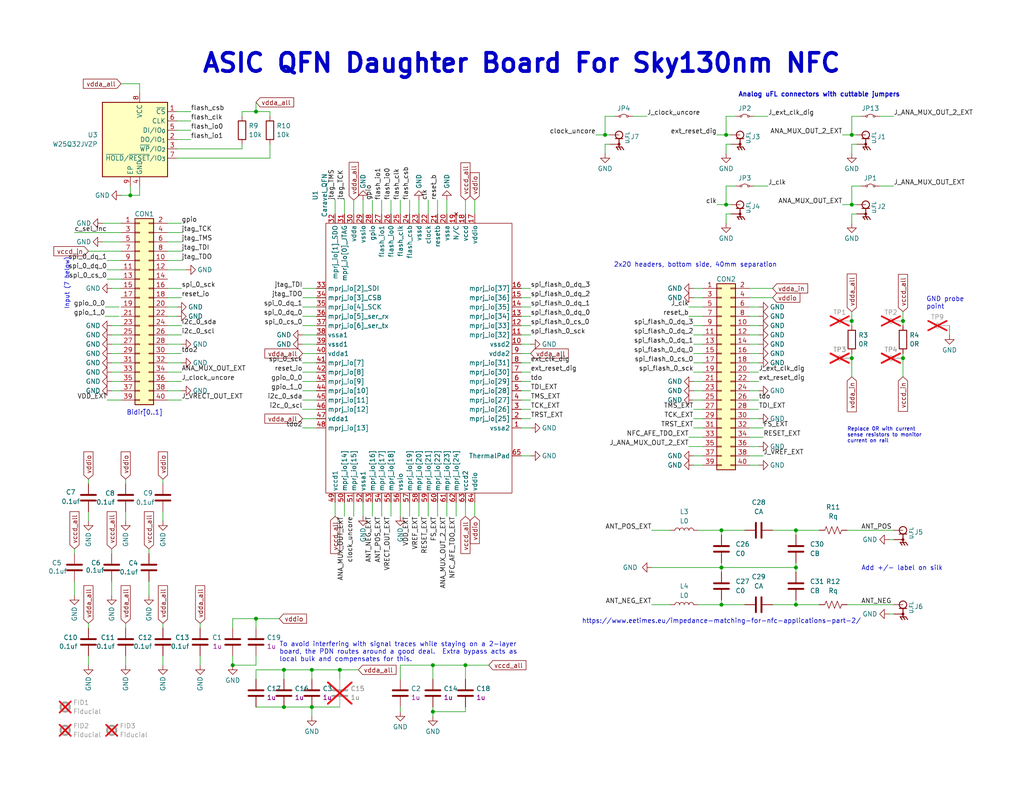
<source format=kicad_sch>
(kicad_sch (version 20250114) (generator "eeschema") (generator_version "9.0")
  (paper "A")
  (title_block (title "Sky130 NFC Daughter Board") (date "2025-10-15") (rev "1.0") (company "North Carolina State University") (comment 1 "(C) 2025 Alexander Gershman"))
  (lib_symbols
    (symbol "Caravel_board:Caravel_QFN"
      (property "Reference" "U" (at 0 0 0))
      (property "Value" "Caravel_QFN" (at 0 0 0))
      (symbol "Caravel_QFN_1_1"
        (pin power_in line (at -29.21 30.48 0) (length 2.54) (name "ThermalPad") (number "65"))
        (pin power_in line (at -29.21 22.86 0) (length 2.54) (name "vssa2") (number "1"))
        (pin bidirectional line (at -29.21 20.32 0) (length 2.54) (name "mprj_io[25]") (number "2"))
        (pin bidirectional line (at -29.21 17.78 0) (length 2.54) (name "mprj_io[26]") (number "3"))
        (pin bidirectional line (at -29.21 15.24 0) (length 2.54) (name "mprj_io[27]") (number "4"))
        (pin bidirectional line (at -29.21 12.7 0) (length 2.54) (name "mprj_io[28]") (number "5"))
        (pin bidirectional line (at -29.21 10.16 0) (length 2.54) (name "mprj_io[29]") (number "6"))
        (pin bidirectional line (at -29.21 7.62 0) (length 2.54) (name "mprj_io[30]") (number "7"))
        (pin bidirectional line (at -29.21 5.08 0) (length 2.54) (name "mprj_io[31]") (number "8"))
        (pin power_in line (at -29.21 2.54 0) (length 2.54) (name "vdda2") (number "9"))
        (pin power_in line (at -29.21 0 0) (length 2.54) (name "vssd2") (number "10"))
        (pin bidirectional line (at -29.21 -2.54 0) (length 2.54) (name "mprj_io[32]") (number "11"))
        (pin bidirectional line (at -29.21 -5.08 0) (length 2.54) (name "mprj_io[33]") (number "12"))
        (pin bidirectional line (at -29.21 -7.62 0) (length 2.54) (name "mprj_io[34]") (number "13"))
        (pin bidirectional line (at -29.21 -10.16 0) (length 2.54) (name "mprj_io[35]") (number "14"))
        (pin bidirectional line (at -29.21 -12.7 0) (length 2.54) (name "mprj_io[36]") (number "15"))
        (pin bidirectional line (at -29.21 -15.24 0) (length 2.54) (name "mprj_io[37]") (number "16"))
        (pin power_in line (at -16.51 43.18 270) (length 2.54) (name "vddio") (number "64"))
        (pin power_in line (at -16.51 -35.56 90) (length 2.54) (name "vddio") (number "17"))
        (pin power_in line (at -13.97 43.18 270) (length 2.54) (name "vccd2") (number "63"))
        (pin power_in line (at -13.97 -35.56 90) (length 2.54) (name "vccd") (number "18"))
        (pin bidirectional line (at -11.43 43.18 270) (length 2.54) (name "mprj_io[24]") (number "62"))
        (pin no_connect line (at -11.43 -35.56 90) (length 2.54) (name "N/C") (number "19"))
        (pin bidirectional line (at -8.89 43.18 270) (length 2.54) (name "mprj_io[23]") (number "61"))
        (pin power_in line (at -8.89 -35.56 90) (length 2.54) (name "vssa") (number "20"))
        (pin bidirectional line (at -6.35 43.18 270) (length 2.54) (name "mprj_io[22]") (number "60"))
        (pin input line (at -6.35 -35.56 90) (length 2.54) (name "resetb") (number "21"))
        (pin bidirectional line (at -3.81 43.18 270) (length 2.54) (name "mprj_io[21]") (number "59"))
        (pin input line (at -3.81 -35.56 90) (length 2.54) (name "clock") (number "22"))
        (pin bidirectional line (at -1.27 43.18 270) (length 2.54) (name "mprj_io[20]") (number "58"))
        (pin power_in line (at -1.27 -35.56 90) (length 2.54) (name "vssd") (number "23"))
        (pin bidirectional line (at 1.27 43.18 270) (length 2.54) (name "mprj_io[19]") (number "57"))
        (pin output line (at 1.27 -35.56 90) (length 2.54) (name "flash_csb") (number "24"))
        (pin power_in line (at 3.81 43.18 270) (length 2.54) (name "vssio") (number "56"))
        (pin output line (at 3.81 -35.56 90) (length 2.54) (name "flash_clk") (number "25"))
        (pin bidirectional line (at 6.35 43.18 270) (length 2.54) (name "mprj_io[18]") (number "55"))
        (pin bidirectional line (at 6.35 -35.56 90) (length 2.54) (name "flash_io0") (number "26"))
        (pin bidirectional line (at 8.89 43.18 270) (length 2.54) (name "mprj_io[17]") (number "54"))
        (pin bidirectional line (at 8.89 -35.56 90) (length 2.54) (name "flash_io1") (number "27"))
        (pin bidirectional line (at 11.43 43.18 270) (length 2.54) (name "mprj_io[16]") (number "53"))
        (pin bidirectional line (at 11.43 -35.56 90) (length 2.54) (name "gpio") (number "28"))
        (pin power_in line (at 13.97 43.18 270) (length 2.54) (name "vssa1") (number "52"))
        (pin power_in line (at 13.97 -35.56 90) (length 2.54) (name "vssio") (number "29"))
        (pin bidirectional line (at 16.51 43.18 270) (length 2.54) (name "mprj_io[15]") (number "51"))
        (pin power_in line (at 16.51 -35.56 90) (length 2.54) (name "vdda") (number "30"))
        (pin bidirectional line (at 19.05 43.18 270) (length 2.54) (name "mprj_io[14]") (number "50"))
        (pin bidirectional line (at 19.05 -35.56 90) (length 2.54) (name "mprj_io[0]_JTAG") (number "31"))
        (pin power_in line (at 21.59 43.18 270) (length 2.54) (name "vccd1") (number "49"))
        (pin bidirectional line (at 21.59 -35.56 90) (length 2.54) (name "mprj_io[1]_SDO") (number "32"))
        (pin bidirectional line (at 26.67 22.86 180) (length 2.54) (name "mprj_io[13]") (number "48"))
        (pin power_in line (at 26.67 20.32 180) (length 2.54) (name "vdda1") (number "47"))
        (pin bidirectional line (at 26.67 17.78 180) (length 2.54) (name "mprj_io[12]") (number "46"))
        (pin bidirectional line (at 26.67 15.24 180) (length 2.54) (name "mprj_io[11]") (number "45"))
        (pin bidirectional line (at 26.67 12.7 180) (length 2.54) (name "mprj_io[10]") (number "44"))
        (pin bidirectional line (at 26.67 10.16 180) (length 2.54) (name "mprj_io[9]") (number "43"))
        (pin bidirectional line (at 26.67 7.62 180) (length 2.54) (name "mprj_io[8]") (number "42"))
        (pin bidirectional line (at 26.67 5.08 180) (length 2.54) (name "mprj_io[7]") (number "41"))
        (pin power_in line (at 26.67 2.54 180) (length 2.54) (name "vdda1") (number "40"))
        (pin power_in line (at 26.67 0 180) (length 2.54) (name "vssd1") (number "39"))
        (pin power_in line (at 26.67 -2.54 180) (length 2.54) (name "vssa1") (number "38"))
        (pin bidirectional line (at 26.67 -5.08 180) (length 2.54) (name "mprj_io[6]_ser_tx") (number "37"))
        (pin bidirectional line (at 26.67 -7.62 180) (length 2.54) (name "mprj_io[5]_ser_rx") (number "36"))
        (pin bidirectional line (at 26.67 -10.16 180) (length 2.54) (name "mprj_io[4]_SCK") (number "35"))
        (pin bidirectional line (at 26.67 -12.7 180) (length 2.54) (name "mprj_io[3]_CSB") (number "34"))
        (pin bidirectional line (at 26.67 -15.24 180) (length 2.54) (name "mprj_io[2]_SDI") (number "33"))
      )
    )
    (symbol "Connector:TestPoint_Alt" (pin_numbers (hide yes)) (pin_names (offset 0.762) (hide yes))
      (property "Reference" "TP" (at 0 6.858 0))
      (property "Value" "TestPoint_Alt" (at 0 5.08 0))
      (symbol "TestPoint_Alt_1_1"
        (pin passive line (at 0 0 90) (length 2.54) (name "1") (number "1"))
      )
    )
    (symbol "Connector_Generic:Conn_02x20_Odd_Even" (pin_names (offset 1.016) (hide yes))
      (property "Reference" "J" (at 1.27 25.4 0))
      (property "Value" "Conn_02x20_Odd_Even" (at 1.27 -27.94 0))
      (symbol "Conn_02x20_Odd_Even_1_1"
        (pin passive line (at -5.08 22.86 0) (length 3.81) (name "Pin_1") (number "1"))
        (pin passive line (at -5.08 20.32 0) (length 3.81) (name "Pin_3") (number "3"))
        (pin passive line (at -5.08 17.78 0) (length 3.81) (name "Pin_5") (number "5"))
        (pin passive line (at -5.08 15.24 0) (length 3.81) (name "Pin_7") (number "7"))
        (pin passive line (at -5.08 12.7 0) (length 3.81) (name "Pin_9") (number "9"))
        (pin passive line (at -5.08 10.16 0) (length 3.81) (name "Pin_11") (number "11"))
        (pin passive line (at -5.08 7.62 0) (length 3.81) (name "Pin_13") (number "13"))
        (pin passive line (at -5.08 5.08 0) (length 3.81) (name "Pin_15") (number "15"))
        (pin passive line (at -5.08 2.54 0) (length 3.81) (name "Pin_17") (number "17"))
        (pin passive line (at -5.08 0 0) (length 3.81) (name "Pin_19") (number "19"))
        (pin passive line (at -5.08 -2.54 0) (length 3.81) (name "Pin_21") (number "21"))
        (pin passive line (at -5.08 -5.08 0) (length 3.81) (name "Pin_23") (number "23"))
        (pin passive line (at -5.08 -7.62 0) (length 3.81) (name "Pin_25") (number "25"))
        (pin passive line (at -5.08 -10.16 0) (length 3.81) (name "Pin_27") (number "27"))
        (pin passive line (at -5.08 -12.7 0) (length 3.81) (name "Pin_29") (number "29"))
        (pin passive line (at -5.08 -15.24 0) (length 3.81) (name "Pin_31") (number "31"))
        (pin passive line (at -5.08 -17.78 0) (length 3.81) (name "Pin_33") (number "33"))
        (pin passive line (at -5.08 -20.32 0) (length 3.81) (name "Pin_35") (number "35"))
        (pin passive line (at -5.08 -22.86 0) (length 3.81) (name "Pin_37") (number "37"))
        (pin passive line (at -5.08 -25.4 0) (length 3.81) (name "Pin_39") (number "39"))
        (pin passive line (at 7.62 22.86 180) (length 3.81) (name "Pin_2") (number "2"))
        (pin passive line (at 7.62 20.32 180) (length 3.81) (name "Pin_4") (number "4"))
        (pin passive line (at 7.62 17.78 180) (length 3.81) (name "Pin_6") (number "6"))
        (pin passive line (at 7.62 15.24 180) (length 3.81) (name "Pin_8") (number "8"))
        (pin passive line (at 7.62 12.7 180) (length 3.81) (name "Pin_10") (number "10"))
        (pin passive line (at 7.62 10.16 180) (length 3.81) (name "Pin_12") (number "12"))
        (pin passive line (at 7.62 7.62 180) (length 3.81) (name "Pin_14") (number "14"))
        (pin passive line (at 7.62 5.08 180) (length 3.81) (name "Pin_16") (number "16"))
        (pin passive line (at 7.62 2.54 180) (length 3.81) (name "Pin_18") (number "18"))
        (pin passive line (at 7.62 0 180) (length 3.81) (name "Pin_20") (number "20"))
        (pin passive line (at 7.62 -2.54 180) (length 3.81) (name "Pin_22") (number "22"))
        (pin passive line (at 7.62 -5.08 180) (length 3.81) (name "Pin_24") (number "24"))
        (pin passive line (at 7.62 -7.62 180) (length 3.81) (name "Pin_26") (number "26"))
        (pin passive line (at 7.62 -10.16 180) (length 3.81) (name "Pin_28") (number "28"))
        (pin passive line (at 7.62 -12.7 180) (length 3.81) (name "Pin_30") (number "30"))
        (pin passive line (at 7.62 -15.24 180) (length 3.81) (name "Pin_32") (number "32"))
        (pin passive line (at 7.62 -17.78 180) (length 3.81) (name "Pin_34") (number "34"))
        (pin passive line (at 7.62 -20.32 180) (length 3.81) (name "Pin_36") (number "36"))
        (pin passive line (at 7.62 -22.86 180) (length 3.81) (name "Pin_38") (number "38"))
        (pin passive line (at 7.62 -25.4 180) (length 3.81) (name "Pin_40") (number "40"))
      )
    )
    (symbol "Device:C" (pin_numbers (hide yes)) (pin_names (offset 0.254))
      (property "Reference" "C" (at 0.635 2.54 0))
      (property "Value" "C" (at 0.635 -2.54 0))
      (symbol "C_1_1"
        (pin passive line (at 0 3.81 270) (length 2.794) (name "~") (number "1"))
        (pin passive line (at 0 -3.81 90) (length 2.794) (name "~") (number "2"))
      )
    )
    (symbol "Device:L" (pin_numbers (hide yes)) (pin_names (offset 1.016) (hide yes))
      (property "Reference" "L" (at -1.27 0 90))
      (property "Value" "L" (at 1.905 0 90))
      (symbol "L_1_1"
        (pin passive line (at 0 3.81 270) (length 1.27) (name "1") (number "1"))
        (pin passive line (at 0 -3.81 90) (length 1.27) (name "2") (number "2"))
      )
    )
    (symbol "Device:R" (pin_numbers (hide yes)) (pin_names (offset 0))
      (property "Reference" "R" (at 2.032 0 90))
      (property "Value" "R" (at 0 0 90))
      (symbol "R_1_1"
        (pin passive line (at 0 3.81 270) (length 1.27) (name "~") (number "1"))
        (pin passive line (at 0 -3.81 90) (length 1.27) (name "~") (number "2"))
      )
    )
    (symbol "Device:R_US" (pin_numbers (hide yes)) (pin_names (offset 0))
      (property "Reference" "R" (at 2.54 0 90))
      (property "Value" "R_US" (at -2.54 0 90))
      (symbol "R_US_1_1"
        (pin passive line (at 0 3.81 270) (length 1.27) (name "~") (number "1"))
        (pin passive line (at 0 -3.81 90) (length 1.27) (name "~") (number "2"))
      )
    )
    (symbol "Jumper:Jumper_2_Small_Bridged" (pin_numbers (hide yes)) (pin_names (offset 0) (hide yes)) (exclude_from_sim yes)
      (property "Reference" "JP" (at 0 2.032 0))
      (property "Value" "Jumper_2_Small_Bridged" (at 0 -2.286 0))
      (symbol "Jumper_2_Small_Bridged_1_1"
        (pin passive line (at -2.54 0 0) (length 1.27) (name "A") (number "1"))
        (pin passive line (at 2.54 0 180) (length 1.27) (name "B") (number "2"))
      )
    )
    (symbol "Mechanical:Fiducial" (exclude_from_sim yes) (in_bom no)
      (property "Reference" "FID" (at 0 5.08 0))
      (property "Value" "Fiducial" (at 0 3.175 0))
    )
    (symbol "Memory_Flash:W25Q32JVZP"
      (property "Reference" "U" (at -6.35 11.43 0))
      (property "Value" "W25Q32JVZP" (at 7.62 11.43 0))
      (symbol "W25Q32JVZP_1_1"
        (pin input line (at -10.16 7.62 0) (length 2.54) (name "~{CS}") (number "1"))
        (pin input line (at -10.16 5.08 0) (length 2.54) (name "CLK") (number "6"))
        (pin bidirectional line (at -10.16 2.54 0) (length 2.54) (name "DI/IO_{0}") (number "5"))
        (pin bidirectional line (at -10.16 0 0) (length 2.54) (name "DO/IO_{1}") (number "2"))
        (pin bidirectional line (at -10.16 -2.54 0) (length 2.54) (name "~{WP}/IO_{2}") (number "3"))
        (pin bidirectional line (at -10.16 -5.08 0) (length 2.54) (name "~{HOLD}/~{RESET}/IO_{3}") (number "7"))
        (pin power_in line (at 0 12.7 270) (length 2.54) (name "VCC") (number "8"))
        (pin power_in line (at 0 -12.7 90) (length 2.54) (name "GND") (number "4"))
        (pin passive line (at 2.54 -12.7 90) (length 2.54) (name "EP") (number "9"))
      )
    )
    (symbol "power:GND" (power) (pin_names (offset 0))
      (property "Value" "GND" (at 0 -3.81 0))
      (symbol "GND_1_1"
        (pin power_in line (at 0 0 270) (length 0) (hide yes) (name "GND") (number "1"))
      )
    )
    (symbol "psypassives:C_1u_0603_50V" (pin_numbers (hide yes)) (pin_names (offset 0.254))
      (property "Reference" "C" (at 0.635 2.54 0))
      (property "Display Value" "1u/50V" (at 11.43 1.524 0))
      (symbol "C_1u_0603_50V_1_1"
        (pin passive line (at 0 3.81 270) (length 2.794) (name "~") (number "1"))
        (pin passive line (at 0 -3.81 90) (length 2.794) (name "~") (number "2"))
      )
    )
    (symbol "psysnapeda:RSP-122811-01" (pin_numbers (hide yes)) (pin_names (offset 1.016) (hide yes))
      (property "Reference" "J" (at -2.032 3.556 0))
      (property "Value" "RSP-122811-01" (at -4.064 -4.318 0))
      (symbol "RSP-122811-01_0_0"
        (pin passive line (at 2.54 0 180) (length 2.54) (name "~") (number "G2"))
      )
      (symbol "RSP-122811-01_1_0"
        (pin passive line (at 2.54 2.54 180) (length 2.54) (name "~") (number "1"))
        (pin passive line (at 2.54 0 180) (length 2.54) (name "~") (number "G1"))
      )
    )
  )
  (text "https://www.eetimes.eu/impedance-matching-for-nfc-applications-part-2/" (at 196.85 169.672 0) (effects (font (size 1.27 1.27))))
  (text "ASIC QFN Daughter Board For Sky130nm NFC" (at 54.864 20.32 0) (effects (font (size 5 5) (thickness 1) (bold yes)) (justify left bottom)))
  (text "2x20 headers, bottom side, 40mm separation" (at 189.738 72.39 0) (effects (font (size 1.27 1.27))))
  (text "GND probe \npoint" (at 252.73 82.804 0) (effects (font (size 1.27 1.27)) (justify left)))
  (text "Bidir[0..1]" (at 44.45 112.776 0) (effects (font (size 1.27 1.27)) (justify right)))
  (text "Input (7 below)" (at 18.288 84.582 90) (effects (font (size 1.2 1.2)) (justify left)))
  (text "To avoid interfering with signal traces while staying on a 2-layer \nboard, the PDN routes around a good deal.  Extra bypass acts as \nlocal bulk and compensates for this." (at 76.2 178.054 0) (effects (font (size 1.27 1.27)) (justify left)))
  (text "Replace 0R with current\nsense resistors to monitor\ncurrent on rail" (at 231.14 118.872 0) (effects (font (size 1 1)) (justify left)))
  (text "Analog uFL connectors with cuttable jumpers" (at 223.52 25.908 0) (effects (font (size 1.27 1.27) (thickness 0.254) (bold yes))))
  (text "Add +/- label on silk\n" (at 246.126 155.194 0) (effects (font (size 1.27 1.27))))
  (junction (at 232.41 87.63))
  (junction (at 63.5 181.61))
  (junction (at 85.09 182.88))
  (junction (at 246.38 87.63))
  (junction (at 217.17 154.94))
  (junction (at 196.85 154.94))
  (junction (at 246.38 97.79))
  (junction (at 165.1 36.83))
  (junction (at 92.71 182.88))
  (junction (at 118.11 181.61))
  (junction (at 232.41 97.79))
  (junction (at 198.12 36.83))
  (junction (at 196.85 165.1))
  (junction (at 232.41 36.83))
  (junction (at 85.09 193.04))
  (junction (at 217.17 144.78))
  (junction (at 198.12 55.88))
  (junction (at 35.56 53.34))
  (junction (at 232.41 55.88))
  (junction (at 77.47 193.04))
  (junction (at 127 181.61))
  (junction (at 77.47 182.88))
  (junction (at 118.11 194.31))
  (junction (at 196.85 144.78))
  (junction (at 69.85 30.48))
  (junction (at 217.17 165.1))
  (junction (at 69.85 168.91))
  (wire (pts (xy 82.55 101.6) (xy 86.36 101.6)))
  (wire (pts (xy 142.24 83.82) (xy 144.78 83.82)))
  (wire (pts (xy 142.24 104.14) (xy 144.78 104.14)))
  (wire (pts (xy 29.21 73.66) (xy 33.02 73.66)))
  (wire (pts (xy 66.04 39.37) (xy 66.04 40.64)))
  (wire (pts (xy 142.24 99.06) (xy 144.78 99.06)))
  (wire (pts (xy 85.09 193.04) (xy 85.09 195.58)))
  (wire (pts (xy 101.6 140.97) (xy 101.6 137.16)))
  (wire (pts (xy 162.56 36.83) (xy 165.1 36.83)))
  (wire (pts (xy 199.39 58.42) (xy 198.12 58.42)))
  (wire (pts (xy 177.8 154.94) (xy 196.85 154.94)))
  (wire (pts (xy 116.84 140.97) (xy 116.84 137.16)))
  (wire (pts (xy 29.21 76.2) (xy 33.02 76.2)))
  (wire (pts (xy 82.55 91.44) (xy 86.36 91.44)))
  (wire (pts (xy 189.23 124.46) (xy 191.77 124.46)))
  (wire (pts (xy 49.53 88.9) (xy 45.72 88.9)))
  (wire (pts (xy 82.55 88.9) (xy 86.36 88.9)))
  (wire (pts (xy 187.96 121.92) (xy 191.77 121.92)))
  (wire (pts (xy 30.48 96.52) (xy 33.02 96.52)))
  (wire (pts (xy 85.09 193.04) (xy 92.71 193.04)))
  (wire (pts (xy 44.45 130.81) (xy 44.45 132.08)))
  (wire (pts (xy 73.66 43.18) (xy 73.66 39.37)))
  (wire (pts (xy 85.09 182.88) (xy 85.09 185.42)))
  (wire (pts (xy 49.53 78.74) (xy 45.72 78.74)))
  (wire (pts (xy 142.24 124.46) (xy 144.78 124.46)))
  (wire (pts (xy 189.23 114.3) (xy 191.77 114.3)))
  (wire (pts (xy 77.47 193.04) (xy 85.09 193.04)))
  (wire (pts (xy 63.5 179.07) (xy 63.5 181.61)))
  (wire (pts (xy 38.1 50.8) (xy 38.1 53.34)))
  (wire (pts (xy 198.12 58.42) (xy 198.12 60.96)))
  (wire (pts (xy 189.23 81.28) (xy 191.77 81.28)))
  (wire (pts (xy 119.38 140.97) (xy 119.38 137.16)))
  (wire (pts (xy 109.22 58.42) (xy 109.22 54.61)))
  (wire (pts (xy 129.54 58.42) (xy 129.54 54.61)))
  (wire (pts (xy 30.48 104.14) (xy 33.02 104.14)))
  (wire (pts (xy 44.45 139.7) (xy 44.45 142.24)))
  (wire (pts (xy 200.66 31.75) (xy 198.12 31.75)))
  (wire (pts (xy 217.17 144.78) (xy 223.52 144.78)))
  (wire (pts (xy 189.23 127) (xy 191.77 127)))
  (wire (pts (xy 24.13 170.18) (xy 24.13 171.45)))
  (wire (pts (xy 121.92 140.97) (xy 121.92 137.16)))
  (wire (pts (xy 127 193.04) (xy 127 194.31)))
  (wire (pts (xy 109.22 193.04) (xy 109.22 194.31)))
  (wire (pts (xy 118.11 193.04) (xy 118.11 194.31)))
  (wire (pts (xy 69.85 181.61) (xy 63.5 181.61)))
  (wire (pts (xy 52.07 35.56) (xy 48.26 35.56)))
  (wire (pts (xy 189.23 93.98) (xy 191.77 93.98)))
  (wire (pts (xy 231.14 144.78) (xy 243.84 144.78)))
  (wire (pts (xy 29.21 71.12) (xy 33.02 71.12)))
  (wire (pts (xy 66.04 30.48) (xy 69.85 30.48)))
  (wire (pts (xy 204.47 96.52) (xy 207.01 96.52)))
  (wire (pts (xy 66.04 40.64) (xy 48.26 40.64)))
  (wire (pts (xy 82.55 78.74) (xy 86.36 78.74)))
  (wire (pts (xy 34.29 139.7) (xy 34.29 142.24)))
  (wire (pts (xy 187.96 119.38) (xy 191.77 119.38)))
  (wire (pts (xy 217.17 144.78) (xy 217.17 146.05)))
  (wire (pts (xy 204.47 104.14) (xy 207.01 104.14)))
  (wire (pts (xy 28.7038 83.82) (xy 32.5138 83.82)))
  (wire (pts (xy 49.53 71.12) (xy 45.72 71.12)))
  (wire (pts (xy 30.48 93.98) (xy 33.02 93.98)))
  (wire (pts (xy 82.55 114.3) (xy 86.36 114.3)))
  (wire (pts (xy 172.72 31.75) (xy 176.53 31.75)))
  (wire (pts (xy 63.5 168.91) (xy 63.5 171.45)))
  (wire (pts (xy 208.28 116.84) (xy 204.47 116.84)))
  (wire (pts (xy 142.24 91.44) (xy 144.78 91.44)))
  (wire (pts (xy 118.11 181.61) (xy 118.11 185.42)))
  (wire (pts (xy 49.53 101.6) (xy 45.72 101.6)))
  (wire (pts (xy 187.96 86.36) (xy 191.77 86.36)))
  (wire (pts (xy 144.78 116.84) (xy 142.24 116.84)))
  (wire (pts (xy 198.12 55.88) (xy 199.39 55.88)))
  (wire (pts (xy 38.1 22.86) (xy 38.1 25.4)))
  (wire (pts (xy 49.53 104.14) (xy 45.72 104.14)))
  (wire (pts (xy 142.24 111.76) (xy 144.78 111.76)))
  (wire (pts (xy 106.68 140.97) (xy 106.68 137.16)))
  (wire (pts (xy 232.41 58.42) (xy 232.41 60.96)))
  (wire (pts (xy 86.36 93.98) (xy 82.55 93.98)))
  (wire (pts (xy 30.48 99.06) (xy 33.02 99.06)))
  (wire (pts (xy 104.14 58.42) (xy 104.14 54.61)))
  (wire (pts (xy 45.72 93.98) (xy 49.53 93.98)))
  (wire (pts (xy 54.61 170.18) (xy 54.61 171.45)))
  (wire (pts (xy 142.24 101.6) (xy 144.78 101.6)))
  (wire (pts (xy 240.03 31.75) (xy 243.84 31.75)))
  (wire (pts (xy 69.85 27.94) (xy 69.85 30.48)))
  (wire (pts (xy 49.53 91.44) (xy 45.72 91.44)))
  (wire (pts (xy 20.32 63.5) (xy 33.02 63.5)))
  (wire (pts (xy 48.26 43.18) (xy 73.66 43.18)))
  (wire (pts (xy 189.23 96.52) (xy 191.77 96.52)))
  (wire (pts (xy 232.41 36.83) (xy 233.68 36.83)))
  (wire (pts (xy 96.52 140.97) (xy 96.52 137.16)))
  (wire (pts (xy 205.74 50.8) (xy 209.55 50.8)))
  (wire (pts (xy 189.23 101.6) (xy 191.77 101.6)))
  (wire (pts (xy 243.84 147.32) (xy 242.57 147.32)))
  (wire (pts (xy 142.24 114.3) (xy 144.78 114.3)))
  (wire (pts (xy 232.41 31.75) (xy 232.41 36.83)))
  (wire (pts (xy 34.29 179.07) (xy 34.29 181.61)))
  (wire (pts (xy 195.58 36.83) (xy 198.12 36.83)))
  (wire (pts (xy 232.41 96.52) (xy 232.41 97.79)))
  (wire (pts (xy 196.85 153.67) (xy 196.85 154.94)))
  (wire (pts (xy 198.12 31.75) (xy 198.12 36.83)))
  (wire (pts (xy 199.39 39.37) (xy 198.12 39.37)))
  (wire (pts (xy 127 140.97) (xy 127 137.16)))
  (wire (pts (xy 118.11 181.61) (xy 109.22 181.61)))
  (wire (pts (xy 109.22 181.61) (xy 109.22 185.42)))
  (wire (pts (xy 97.79 182.88) (xy 92.71 182.88)))
  (wire (pts (xy 142.24 86.36) (xy 144.78 86.36)))
  (wire (pts (xy 48.26 86.36) (xy 45.72 86.36)))
  (wire (pts (xy 229.87 55.88) (xy 232.41 55.88)))
  (wire (pts (xy 35.56 53.34) (xy 38.1 53.34)))
  (wire (pts (xy 44.45 181.61) (xy 44.45 179.07)))
  (wire (pts (xy 204.47 114.3) (xy 207.01 114.3)))
  (wire (pts (xy 195.58 55.88) (xy 198.12 55.88)))
  (wire (pts (xy 165.1 31.75) (xy 165.1 36.83)))
  (wire (pts (xy 82.55 104.14) (xy 86.36 104.14)))
  (wire (pts (xy 246.38 87.63) (xy 246.38 88.9)))
  (wire (pts (xy 30.48 101.6) (xy 33.02 101.6)))
  (wire (pts (xy 34.29 170.18) (xy 34.29 171.45)))
  (wire (pts (xy 207.01 111.76) (xy 204.47 111.76)))
  (wire (pts (xy 82.55 116.84) (xy 86.36 116.84)))
  (wire (pts (xy 165.1 39.37) (xy 165.1 41.91)))
  (wire (pts (xy 127 58.42) (xy 127 54.61)))
  (wire (pts (xy 127 181.61) (xy 127 185.42)))
  (wire (pts (xy 119.38 54.61) (xy 119.38 58.42)))
  (wire (pts (xy 217.17 154.94) (xy 217.17 156.21)))
  (wire (pts (xy 91.44 140.97) (xy 91.44 137.16)))
  (wire (pts (xy 234.95 31.75) (xy 232.41 31.75)))
  (wire (pts (xy 166.37 39.37) (xy 165.1 39.37)))
  (wire (pts (xy 196.85 154.94) (xy 196.85 156.21)))
  (wire (pts (xy 210.82 165.1) (xy 217.17 165.1)))
  (wire (pts (xy 142.24 96.52) (xy 144.78 96.52)))
  (wire (pts (xy 24.13 68.58) (xy 33.02 68.58)))
  (wire (pts (xy 45.72 63.5) (xy 49.53 63.5)))
  (wire (pts (xy 111.76 140.97) (xy 111.76 137.16)))
  (wire (pts (xy 217.17 153.67) (xy 217.17 154.94)))
  (wire (pts (xy 96.52 58.42) (xy 96.52 54.61)))
  (wire (pts (xy 142.24 109.22) (xy 144.78 109.22)))
  (wire (pts (xy 69.85 168.91) (xy 69.85 171.45)))
  (wire (pts (xy 30.48 91.44) (xy 33.02 91.44)))
  (wire (pts (xy 198.12 39.37) (xy 198.12 41.91)))
  (wire (pts (xy 101.6 58.42) (xy 101.6 54.61)))
  (wire (pts (xy 232.41 55.88) (xy 233.68 55.88)))
  (wire (pts (xy 33.02 22.86) (xy 38.1 22.86)))
  (wire (pts (xy 208.28 119.38) (xy 204.47 119.38)))
  (wire (pts (xy 121.92 54.61) (xy 121.92 58.42)))
  (wire (pts (xy 233.68 39.37) (xy 232.41 39.37)))
  (wire (pts (xy 204.47 88.9) (xy 207.01 88.9)))
  (wire (pts (xy 204.47 86.36) (xy 207.01 86.36)))
  (wire (pts (xy 35.56 50.8) (xy 35.56 53.34)))
  (wire (pts (xy 44.45 170.18) (xy 44.45 171.45)))
  (wire (pts (xy 82.55 96.52) (xy 86.36 96.52)))
  (wire (pts (xy 165.1 36.83) (xy 166.37 36.83)))
  (wire (pts (xy 73.66 30.48) (xy 73.66 31.75)))
  (wire (pts (xy 24.13 179.07) (xy 24.13 181.61)))
  (wire (pts (xy 91.44 58.42) (xy 91.44 54.61)))
  (wire (pts (xy 189.23 106.68) (xy 191.77 106.68)))
  (wire (pts (xy 69.85 179.07) (xy 69.85 181.61)))
  (wire (pts (xy 45.72 99.06) (xy 49.53 99.06)))
  (wire (pts (xy 54.61 179.07) (xy 54.61 181.61)))
  (wire (pts (xy 133.35 181.61) (xy 127 181.61)))
  (wire (pts (xy 204.47 83.82) (xy 207.01 83.82)))
  (wire (pts (xy 142.24 78.74) (xy 144.78 78.74)))
  (wire (pts (xy 232.41 50.8) (xy 232.41 55.88)))
  (wire (pts (xy 217.17 154.94) (xy 196.85 154.94)))
  (wire (pts (xy 49.53 109.22) (xy 45.72 109.22)))
  (wire (pts (xy 198.12 36.83) (xy 199.39 36.83)))
  (wire (pts (xy 104.14 140.97) (xy 104.14 137.16)))
  (wire (pts (xy 30.48 78.74) (xy 33.02 78.74)))
  (wire (pts (xy 24.13 139.7) (xy 24.13 142.24)))
  (wire (pts (xy 127 181.61) (xy 118.11 181.61)))
  (wire (pts (xy 82.55 99.06) (xy 86.36 99.06)))
  (wire (pts (xy 204.47 127) (xy 207.01 127)))
  (wire (pts (xy 189.23 91.44) (xy 191.77 91.44)))
  (wire (pts (xy 99.06 140.97) (xy 99.06 137.16)))
  (wire (pts (xy 204.47 106.68) (xy 207.01 106.68)))
  (wire (pts (xy 217.17 165.1) (xy 223.52 165.1)))
  (wire (pts (xy 82.55 111.76) (xy 86.36 111.76)))
  (wire (pts (xy 232.41 87.63) (xy 232.41 88.9)))
  (wire (pts (xy 45.72 73.66) (xy 50.8 73.66)))
  (wire (pts (xy 40.64 158.75) (xy 40.64 162.56)))
  (wire (pts (xy 28.7038 86.36) (xy 32.5138 86.36)))
  (wire (pts (xy 52.07 30.48) (xy 48.26 30.48)))
  (wire (pts (xy 52.07 38.1) (xy 48.26 38.1)))
  (wire (pts (xy 69.85 193.04) (xy 77.47 193.04)))
  (wire (pts (xy 144.78 93.98) (xy 142.24 93.98)))
  (wire (pts (xy 49.53 68.58) (xy 45.72 68.58)))
  (wire (pts (xy 118.11 194.31) (xy 127 194.31)))
  (wire (pts (xy 93.98 140.97) (xy 93.98 137.16)))
  (wire (pts (xy 196.85 163.83) (xy 196.85 165.1)))
  (wire (pts (xy 207.01 109.22) (xy 204.47 109.22)))
  (wire (pts (xy 232.41 85.09) (xy 232.41 87.63)))
  (wire (pts (xy 30.48 106.68) (xy 33.02 106.68)))
  (wire (pts (xy 217.17 163.83) (xy 217.17 165.1)))
  (wire (pts (xy 106.68 58.42) (xy 106.68 54.61)))
  (wire (pts (xy 82.55 86.36) (xy 86.36 86.36)))
  (wire (pts (xy 229.87 36.83) (xy 232.41 36.83)))
  (wire (pts (xy 232.41 97.79) (xy 232.41 102.87)))
  (wire (pts (xy 82.55 106.68) (xy 86.36 106.68)))
  (wire (pts (xy 24.13 130.81) (xy 24.13 132.08)))
  (wire (pts (xy 142.24 106.68) (xy 144.78 106.68)))
  (wire (pts (xy 189.23 116.84) (xy 191.77 116.84)))
  (wire (pts (xy 246.38 97.79) (xy 246.38 102.87)))
  (wire (pts (xy 34.29 130.81) (xy 34.29 132.08)))
  (wire (pts (xy 40.64 149.86) (xy 40.64 151.13)))
  (wire (pts (xy 69.85 185.42) (xy 69.85 182.88)))
  (wire (pts (xy 142.24 81.28) (xy 144.78 81.28)))
  (wire (pts (xy 27.94 66.04) (xy 33.02 66.04)))
  (wire (pts (xy 204.47 99.06) (xy 207.01 99.06)))
  (wire (pts (xy 82.55 83.82) (xy 86.36 83.82)))
  (wire (pts (xy 45.72 60.96) (xy 49.53 60.96)))
  (wire (pts (xy 92.71 182.88) (xy 92.71 185.42)))
  (wire (pts (xy 30.48 158.75) (xy 30.48 162.56)))
  (wire (pts (xy 205.74 31.75) (xy 209.55 31.75)))
  (wire (pts (xy 20.32 149.86) (xy 20.32 151.13)))
  (wire (pts (xy 82.55 81.28) (xy 86.36 81.28)))
  (wire (pts (xy 114.3 140.97) (xy 114.3 137.16)))
  (wire (pts (xy 189.23 88.9) (xy 191.77 88.9)))
  (wire (pts (xy 208.28 124.46) (xy 204.47 124.46)))
  (wire (pts (xy 116.84 58.42) (xy 116.84 54.61)))
  (wire (pts (xy 77.47 182.88) (xy 77.47 185.42)))
  (wire (pts (xy 93.98 58.42) (xy 93.98 54.61)))
  (wire (pts (xy 232.41 39.37) (xy 232.41 41.91)))
  (wire (pts (xy 187.96 83.82) (xy 191.77 83.82)))
  (wire (pts (xy 204.47 101.6) (xy 207.01 101.6)))
  (wire (pts (xy 52.07 33.02) (xy 48.26 33.02)))
  (wire (pts (xy 234.95 50.8) (xy 232.41 50.8)))
  (wire (pts (xy 196.85 165.1) (xy 203.2 165.1)))
  (wire (pts (xy 200.66 50.8) (xy 198.12 50.8)))
  (wire (pts (xy 82.55 109.22) (xy 86.36 109.22)))
  (wire (pts (xy 85.09 182.88) (xy 77.47 182.88)))
  (wire (pts (xy 198.12 50.8) (xy 198.12 55.88)))
  (wire (pts (xy 20.32 158.75) (xy 20.32 162.56)))
  (wire (pts (xy 29.21 109.22) (xy 33.02 109.22)))
  (wire (pts (xy 189.23 109.22) (xy 191.77 109.22)))
  (wire (pts (xy 259.08 88.9) (xy 259.08 91.44)))
  (wire (pts (xy 204.47 91.44) (xy 207.01 91.44)))
  (wire (pts (xy 124.46 140.97) (xy 124.46 137.16)))
  (wire (pts (xy 69.85 182.88) (xy 77.47 182.88)))
  (wire (pts (xy 177.8 144.78) (xy 182.88 144.78)))
  (wire (pts (xy 92.71 182.88) (xy 85.09 182.88)))
  (wire (pts (xy 189.23 78.74) (xy 191.77 78.74)))
  (wire (pts (xy 142.24 88.9) (xy 144.78 88.9)))
  (wire (pts (xy 196.85 144.78) (xy 196.85 146.05)))
  (wire (pts (xy 204.47 78.74) (xy 210.82 78.74)))
  (wire (pts (xy 76.2 168.91) (xy 69.85 168.91)))
  (wire (pts (xy 69.85 168.91) (xy 63.5 168.91)))
  (wire (pts (xy 66.04 30.48) (xy 66.04 31.75)))
  (wire (pts (xy 167.64 31.75) (xy 165.1 31.75)))
  (wire (pts (xy 204.47 81.28) (xy 210.82 81.28)))
  (wire (pts (xy 111.76 58.42) (xy 111.76 54.61)))
  (wire (pts (xy 196.85 144.78) (xy 203.2 144.78)))
  (wire (pts (xy 189.23 111.76) (xy 191.77 111.76)))
  (wire (pts (xy 246.38 85.09) (xy 246.38 87.63)))
  (wire (pts (xy 30.48 149.86) (xy 30.48 151.13)))
  (wire (pts (xy 210.82 144.78) (xy 217.17 144.78)))
  (wire (pts (xy 189.23 104.14) (xy 191.77 104.14)))
  (wire (pts (xy 45.72 66.04) (xy 49.53 66.04)))
  (wire (pts (xy 45.72 106.68) (xy 49.53 106.68)))
  (wire (pts (xy 33.02 53.34) (xy 35.56 53.34)))
  (wire (pts (xy 243.84 167.64) (xy 242.57 167.64)))
  (wire (pts (xy 30.48 88.9) (xy 33.02 88.9)))
  (wire (pts (xy 190.5 165.1) (xy 196.85 165.1)))
  (wire (pts (xy 109.22 140.97) (xy 109.22 137.16)))
  (wire (pts (xy 196.85 144.78) (xy 190.5 144.78)))
  (wire (pts (xy 177.8 165.1) (xy 182.88 165.1)))
  (wire (pts (xy 114.3 54.61) (xy 114.3 58.42)))
  (wire (pts (xy 69.85 30.48) (xy 73.66 30.48)))
  (wire (pts (xy 49.53 81.28) (xy 45.72 81.28)))
  (wire (pts (xy 48.26 83.82) (xy 45.72 83.82)))
  (wire (pts (xy 231.14 165.1) (xy 243.84 165.1)))
  (wire (pts (xy 204.47 93.98) (xy 207.01 93.98)))
  (wire (pts (xy 233.68 58.42) (xy 232.41 58.42)))
  (wire (pts (xy 49.53 96.52) (xy 45.72 96.52)))
  (wire (pts (xy 189.23 99.06) (xy 191.77 99.06)))
  (wire (pts (xy 240.03 50.8) (xy 243.84 50.8)))
  (wire (pts (xy 118.11 194.31) (xy 118.11 195.58)))
  (wire (pts (xy 246.38 96.52) (xy 246.38 97.79)))
  (wire (pts (xy 99.06 54.61) (xy 99.06 58.42)))
  (wire (pts (xy 204.47 121.92) (xy 207.01 121.92)))
  (wire (pts (xy 129.54 140.97) (xy 129.54 137.16)))
  (wire (pts (xy 27.94 60.96) (xy 33.02 60.96)))
  (label "TRST_EXT" (at 144.78 114.3 0))
  (label "spi_0_dq_1" (at 29.21 71.12 180))
  (label "spi_0_cs_0" (at 29.21 76.2 180))
  (label "flash_csb" (at 111.76 54.61 90))
  (label "spi_0_sck" (at 49.53 78.74 0))
  (label "spi_flash_0_cs_0" (at 189.23 99.06 180))
  (label "VRECT_OUT_EXT" (at 106.68 140.97 270))
  (label "jtag_TDI" (at 49.53 68.58 0))
  (label "J_clock_uncore" (at 49.53 104.14 0))
  (label "spi_0_dq_0" (at 82.55 86.36 180))
  (label "flash_clk" (at 52.07 33.02 0))
  (label "RESET_EXT" (at 208.28 119.38 0))
  (label "spi_flash_0_sck" (at 189.23 101.6 180))
  (label "gpio_1_0" (at 28.7038 86.36 180))
  (label "spi_flash_0_cs_0" (at 144.78 88.9 0))
  (label "TCK_EXT" (at 189.23 114.3 180))
  (label "jtag_TMS" (at 49.53 66.04 0))
  (label "TMS_EXT" (at 189.23 111.76 180))
  (label "gpio_1_0" (at 82.55 106.68 180))
  (label "FS_EXT" (at 119.38 140.97 270))
  (label "VREF_EXT" (at 114.3 140.97 270))
  (label "flash_csb" (at 52.07 30.48 0))
  (label "spi_flash_0_dq_3" (at 189.23 88.9 180))
  (label "tdo2" (at 82.55 116.84 180))
  (label "TMS_EXT" (at 144.78 109.22 0))
  (label "spi_flash_0_dq_0" (at 189.23 96.52 180))
  (label "J_ANA_MUX_OUT_EXT" (at 243.84 50.8 0))
  (label "ANT_NEG" (at 234.95 165.1 0))
  (label "TRST_EXT" (at 189.23 116.84 180))
  (label "J_clk" (at 187.96 83.82 180))
  (label "reset_b" (at 119.38 54.61 90))
  (label "flash_clk" (at 109.22 54.61 90))
  (label "gpio_0_0" (at 82.55 104.14 180))
  (label "spi_0_dq_1" (at 82.55 83.82 180))
  (label "RESET_EXT" (at 116.84 140.97 270))
  (label "ANA_MUX_OUT_2_EXT" (at 121.92 140.97 270))
  (label "c_sel_inc" (at 20.32 63.5 0))
  (label "ANT_POS" (at 234.95 144.78 0))
  (label "tdo" (at 207.01 109.22 0))
  (label "i2c_0_sda" (at 82.55 109.22 180))
  (label "J_ext_clk_dig" (at 209.55 31.75 0))
  (label "VDD_EXT" (at 29.21 109.22 180))
  (label "jtag_TMS" (at 91.44 54.61 90))
  (label "reset_io" (at 49.53 81.28 0))
  (label "spi_0_cs_0" (at 82.55 88.9 180))
  (label "i2c_0_scl" (at 49.53 91.44 0))
  (label "reset_b" (at 187.96 86.36 180))
  (label "J_ANA_MUX_OUT_2_EXT" (at 187.96 121.92 180))
  (label "spi_flash_0_dq_2" (at 189.23 91.44 180))
  (label "jtag_TCK" (at 93.98 54.61 90))
  (label "gpio_0_0" (at 28.7038 83.82 180))
  (label "i2c_0_sda" (at 49.53 88.9 0))
  (label "J_ANA_MUX_OUT_2_EXT" (at 243.84 31.75 0))
  (label "FS_EXT" (at 208.28 116.84 0))
  (label "spi_flash_0_dq_1" (at 189.23 93.98 180))
  (label "TDI_EXT" (at 144.78 106.68 0))
  (label "clk" (at 116.84 54.61 90))
  (label "NFC_AFE_TDO_EXT" (at 187.96 119.38 180))
  (label "ANT_POS_EXT" (at 177.8 144.78 180))
  (label "spi_0_dq_0" (at 29.21 73.66 180))
  (label "tdo2" (at 49.53 96.52 0))
  (label "NFC_AFE_TDO_EXT" (at 124.46 140.97 270))
  (label "spi_0_sck" (at 82.55 99.06 180))
  (label "jtag_TCK" (at 49.53 63.5 0))
  (label "ext_reset_dig" (at 195.58 36.83 180))
  (label "ANT_NEG_EXT" (at 101.6 140.97 270))
  (label "J_clk" (at 209.55 50.8 0))
  (label "ANA_MUX_OUT_EXT" (at 93.98 140.97 270))
  (label "spi_flash_0_dq_1" (at 144.78 83.82 0))
  (label "spi_flash_0_dq_0" (at 144.78 86.36 0))
  (label "ANA_MUX_OUT_2_EXT" (at 229.87 36.83 180))
  (label "spi_flash_0_dq_3" (at 144.78 78.74 0))
  (label "gpio" (at 49.53 60.96 0))
  (label "VDD_EXT" (at 111.76 140.97 270))
  (label "ext_reset_dig" (at 144.78 101.6 0))
  (label "clk" (at 195.58 55.88 180))
  (label "TDI_EXT" (at 207.01 111.76 0))
  (label "ANT_POS_EXT" (at 104.14 140.97 270))
  (label "ext_clk_dig" (at 144.78 99.06 0))
  (label "J_VREF_EXT" (at 208.28 124.46 0))
  (label "J_ext_clk_dig" (at 207.01 101.6 0))
  (label "flash_io1" (at 52.07 38.1 0))
  (label "TCK_EXT" (at 144.78 111.76 0))
  (label "spi_flash_0_sck" (at 144.78 91.44 0))
  (label "J_VRECT_OUT_EXT" (at 49.53 109.22 0))
  (label "jtag_TDI" (at 82.55 78.74 180))
  (label "tdo" (at 144.78 104.14 0))
  (label "flash_io0" (at 52.07 35.56 0))
  (label "ANT_NEG_EXT" (at 177.8 165.1 180))
  (label "i2c_0_scl" (at 82.55 111.76 180))
  (label "spi_flash_0_dq_2" (at 144.78 81.28 0))
  (label "ANA_MUX_OUT_EXT" (at 229.87 55.88 180))
  (label "gpio" (at 101.6 54.61 90))
  (label "flash_io0" (at 106.68 54.61 90))
  (label "ANA_MUX_OUT_EXT" (at 49.53 101.6 0))
  (label "flash_io1" (at 104.14 54.61 90))
  (label "jtag_TDO" (at 82.55 81.28 180))
  (label "jtag_TDO" (at 49.53 71.12 0))
  (label "reset_io" (at 82.55 101.6 180))
  (label "clock_uncore" (at 96.52 140.97 270))
  (label "ext_reset_dig" (at 207.01 104.14 0))
  (label "clock_uncore" (at 162.56 36.83 180))
  (label "J_clock_uncore" (at 176.53 31.75 0))
  (global_label "vccd_in" (shape input) (at 246.38 102.87 270) (property "Intersheetrefs" "${INTERSHEET_REFS}" (effects (hide yes))))
  (global_label "vddio" (shape input) (at 76.2 168.91 0) (property "Intersheetrefs" "${INTERSHEET_REFS}" (effects (hide yes))))
  (global_label "vdda_all" (shape input) (at 24.13 170.18 90) (property "Intersheetrefs" "${INTERSHEET_REFS}" (effects (hide yes))))
  (global_label "vccd_all" (shape input) (at 246.38 85.09 90) (property "Intersheetrefs" "${INTERSHEET_REFS}" (effects (hide yes))))
  (global_label "vccd_all" (shape input) (at 127 54.61 90) (property "Intersheetrefs" "${INTERSHEET_REFS}" (effects (hide yes))))
  (global_label "vddio" (shape input) (at 129.54 140.97 270) (property "Intersheetrefs" "${INTERSHEET_REFS}" (effects (hide yes))))
  (global_label "vddio" (shape input) (at 210.82 81.28 0) (property "Intersheetrefs" "${INTERSHEET_REFS}" (effects (hide yes))))
  (global_label "vddio" (shape input) (at 24.13 130.81 90) (property "Intersheetrefs" "${INTERSHEET_REFS}" (effects (hide yes))))
  (global_label "vccd_all" (shape input) (at 91.44 140.97 270) (property "Intersheetrefs" "${INTERSHEET_REFS}" (effects (hide yes))))
  (global_label "vccd_all" (shape input) (at 127 140.97 270) (property "Intersheetrefs" "${INTERSHEET_REFS}" (effects (hide yes))))
  (global_label "vddio" (shape input) (at 129.54 54.61 90) (property "Intersheetrefs" "${INTERSHEET_REFS}" (effects (hide yes))))
  (global_label "vccd_all" (shape input) (at 40.64 149.86 90) (property "Intersheetrefs" "${INTERSHEET_REFS}" (effects (hide yes))))
  (global_label "vccd_all" (shape input) (at 20.32 149.86 90) (property "Intersheetrefs" "${INTERSHEET_REFS}" (effects (hide yes))))
  (global_label "vdda_all" (shape input) (at 54.61 170.18 90) (property "Intersheetrefs" "${INTERSHEET_REFS}" (effects (hide yes))))
  (global_label "vdda_all" (shape input) (at 144.78 96.52 0) (property "Intersheetrefs" "${INTERSHEET_REFS}" (effects (hide yes))))
  (global_label "vdda_all" (shape input) (at 82.55 96.52 180) (property "Intersheetrefs" "${INTERSHEET_REFS}" (effects (hide yes))))
  (global_label "vccd_all" (shape input) (at 133.35 181.61 0) (property "Intersheetrefs" "${INTERSHEET_REFS}" (effects (hide yes))))
  (global_label "vdda_in" (shape input) (at 232.41 102.87 270) (property "Intersheetrefs" "${INTERSHEET_REFS}" (effects (hide yes))))
  (global_label "vdda_all" (shape input) (at 33.02 22.86 180) (property "Intersheetrefs" "${INTERSHEET_REFS}" (effects (hide yes))))
  (global_label "vdda_all" (shape input) (at 232.41 85.09 90) (property "Intersheetrefs" "${INTERSHEET_REFS}" (effects (hide yes))))
  (global_label "vdda_all" (shape input) (at 44.45 170.18 90) (property "Intersheetrefs" "${INTERSHEET_REFS}" (effects (hide yes))))
  (global_label "vccd_in" (shape input) (at 24.13 68.58 180) (property "Intersheetrefs" "${INTERSHEET_REFS}" (effects (hide yes))))
  (global_label "vdda_all" (shape input) (at 82.55 114.3 180) (property "Intersheetrefs" "${INTERSHEET_REFS}" (effects (hide yes))))
  (global_label "vddio" (shape input) (at 34.29 130.81 90) (property "Intersheetrefs" "${INTERSHEET_REFS}" (effects (hide yes))))
  (global_label "vdda_all" (shape input) (at 69.85 27.94 0) (property "Intersheetrefs" "${INTERSHEET_REFS}" (effects (hide yes))))
  (global_label "vdda_all" (shape input) (at 34.29 170.18 90) (property "Intersheetrefs" "${INTERSHEET_REFS}" (effects (hide yes))))
  (global_label "vccd_all" (shape input) (at 30.48 149.86 90) (property "Intersheetrefs" "${INTERSHEET_REFS}" (effects (hide yes))))
  (global_label "vdda_all" (shape input) (at 96.52 54.61 90) (property "Intersheetrefs" "${INTERSHEET_REFS}" (effects (hide yes))))
  (global_label "vdda_all" (shape input) (at 97.79 182.88 0) (property "Intersheetrefs" "${INTERSHEET_REFS}" (effects (hide yes))))
  (global_label "vdda_in" (shape input) (at 210.82 78.74 0) (property "Intersheetrefs" "${INTERSHEET_REFS}" (effects (hide yes))))
  (global_label "vddio" (shape input) (at 44.45 130.81 90) (property "Intersheetrefs" "${INTERSHEET_REFS}" (effects (hide yes))))
  (symbol (lib_id "Device:C") (at 24.13 175.26 0) (unit 1)
    (property "Reference" "C10" (at 21.2091 174.0478 0) (effects (justify right)))
    (property "Value" "0.1uf" (at 21.2091 176.4721 0) (effects (justify right)))
    (property "Footprint" "Capacitor_SMD:C_0402_1005Metric" (effects (hide yes)))
    (property "MPN" "CL05A104KA5NNNC" (effects (hide yes)))
    (property "MPN_ALT" "GRM155R71E104KE14J" (effects (hide yes)))
    (property "Characteristics" "100n 0402" (effects (hide yes)))
    (property "LCSC" "C100072" (effects (hide yes)))
  )
  (symbol (lib_id "Device:C") (at 34.29 135.89 0) (mirror x) (unit 1)
    (property "Reference" "C8" (at 31.369 134.6778 0) (effects (justify right)))
    (property "Value" "0.1uf" (at 31.369 137.1021 0) (effects (justify right)))
    (property "Footprint" "Capacitor_SMD:C_0402_1005Metric" (effects (hide yes)))
    (property "MPN" "CL05A104KA5NNNC" (effects (hide yes)))
    (property "MPN_ALT" "GRM155R71E104KE14J" (effects (hide yes)))
    (property "Characteristics" "100n 0402" (effects (hide yes)))
    (property "LCSC" "C100072" (effects (hide yes)))
  )
  (symbol (lib_id "Device:C") (at 30.48 154.94 0) (mirror y) (unit 1)
    (property "Reference" "C6" (at 26.162 153.67 0))
    (property "Value" "0.1uf" (at 25.908 155.702 0))
    (property "Footprint" "Capacitor_SMD:C_0402_1005Metric" (effects (hide yes)))
    (property "MPN" "CL05A104KA5NNNC" (effects (hide yes)))
    (property "MPN_ALT" "GRM155R71E104KE14J" (effects (hide yes)))
    (property "Characteristics" "100n 0402" (effects (hide yes)))
    (property "LCSC" "C100072" (effects (hide yes)))
  )
  (symbol (lib_id "Device:C") (at 44.45 175.26 0) (mirror y) (unit 1)
    (property "Reference" "C12" (at 41.529 174.0478 0) (effects (justify left)))
    (property "Value" "0.1uf" (at 41.529 176.4721 0) (effects (justify left)))
    (property "Footprint" "Capacitor_SMD:C_0402_1005Metric" (effects (hide yes)))
    (property "MPN" "CL05A104KA5NNNC" (effects (hide yes)))
    (property "MPN_ALT" "GRM155R71E104KE14J" (effects (hide yes)))
    (property "Characteristics" "100n 0402" (effects (hide yes)))
    (property "LCSC" "C100072" (effects (hide yes)))
  )
  (symbol (lib_id "Device:C") (at 20.32 154.94 180) (unit 1)
    (property "Reference" "C5" (at 15.494 153.67 0))
    (property "Value" "0.1uf" (at 15.748 155.956 0))
    (property "Footprint" "Capacitor_SMD:C_0402_1005Metric" (effects (hide yes)))
    (property "MPN" "CL05A104KA5NNNC" (effects (hide yes)))
    (property "MPN_ALT" "GRM155R71E104KE14J" (effects (hide yes)))
    (property "Characteristics" "100n 0402" (effects (hide yes)))
    (property "LCSC" "C100072" (effects (hide yes)))
  )
  (symbol (lib_id "Device:C") (at 54.61 175.26 0) (mirror x) (unit 1)
    (property "Reference" "C13" (at 51.689 174.0478 0) (effects (justify right)))
    (property "Value" "0.1uf" (at 51.689 176.4721 0) (effects (justify right)))
    (property "Footprint" "Capacitor_SMD:C_0402_1005Metric" (effects (hide yes)))
    (property "MPN" "CL05A104KA5NNNC" (effects (hide yes)))
    (property "MPN_ALT" "GRM155R71E104KE14J" (effects (hide yes)))
    (property "Characteristics" "100n 0402" (effects (hide yes)))
    (property "LCSC" "C100072" (effects (hide yes)))
  )
  (symbol (lib_id "Device:C") (at 40.64 154.94 0) (mirror x) (unit 1)
    (property "Reference" "C4" (at 37.719 153.7278 0) (effects (justify right)))
    (property "Value" "0.1uf" (at 37.719 156.1521 0) (effects (justify right)))
    (property "Footprint" "Capacitor_SMD:C_0402_1005Metric" (effects (hide yes)))
    (property "MPN" "CL05A104KA5NNNC" (effects (hide yes)))
    (property "MPN_ALT" "GRM155R71E104KE14J" (effects (hide yes)))
    (property "Characteristics" "100n 0402" (effects (hide yes)))
    (property "LCSC" "C100072" (effects (hide yes)))
  )
  (symbol (lib_id "power:GND") (at 63.5 181.61 0) (unit 1)
    (property "Reference" "#PWR02" (effects (hide yes)))
    (property "Value" "GND" (at 63.5 185.7431 0))
  )
  (symbol (lib_id "power:GND") (at 144.78 116.84 90) (unit 1)
    (property "Reference" "#PWR014" (effects (hide yes)))
    (property "Value" "GND" (at 149.86 116.84 90))
  )
  (symbol (lib_id "power:GND") (at 34.29 181.61 0) (unit 1)
    (property "Reference" "#PWR026" (effects (hide yes)))
    (property "Value" "GND" (at 34.29 186.69 90))
  )
  (symbol (lib_id "power:GND") (at 30.48 162.56 0) (unit 1)
    (property "Reference" "#PWR018" (effects (hide yes)))
    (property "Value" "GND" (at 30.48 167.64 90))
  )
  (symbol (lib_id "power:GND") (at 24.13 142.24 0) (unit 1)
    (property "Reference" "#PWR020" (effects (hide yes)))
    (property "Value" "GND" (at 24.13 147.32 90))
  )
  (symbol (lib_id "psypassives:C_1u_0603_50V") (at 63.5 175.26 0) (unit 1)
    (property "Reference" "C1" (at 60.5791 174.0478 0) (effects (justify right)))
    (property "Value" "C_1u_0603_50V" (effects (hide yes)))
    (property "Footprint" "Capacitor_SMD:C_0603_1608Metric" (effects (hide yes)))
    (property "Description" "Unpolarized capacitor" (effects (hide yes)))
    (property "MPN" "GRT188R61H105KE13D" (effects (hide yes)))
    (property "DigikeyPN" "490-12330-1-ND" (effects (hide yes)))
    (property "Display Value" "1u" (at 60.5791 176.4721 0) (effects (justify right)))
    (property "Characteristics" "1u 0603" (effects (hide yes)))
    (property "LCSC" "C5673" (effects (hide yes)))
  )
  (symbol (lib_id "Jumper:Jumper_2_Small_Bridged") (at 237.49 31.75 0) (unit 1) (exclude_from_sim yes) (in_bom no)
    (property "Reference" "JP13" (at 237.49 29.5873 0))
    (property "Value" "Jumper_2_Small_Bridged" (effects (hide yes)))
    (property "Footprint" "Jumper:SolderJumper-2_P1.3mm_Bridged_RoundedPad1.0x1.5mm" (effects (hide yes)))
    (property "Description" "Jumper, 2-pole, small symbol, bridged" (effects (hide yes)))
  )
  (symbol (lib_id "Jumper:Jumper_2_Small_Bridged") (at 203.2 50.8 0) (unit 1) (exclude_from_sim yes) (in_bom no)
    (property "Reference" "JP3" (at 203.2 48.6373 0))
    (property "Value" "Jumper_2_Small_Bridged" (effects (hide yes)))
    (property "Footprint" "Jumper:SolderJumper-2_P1.3mm_Bridged_RoundedPad1.0x1.5mm" (effects (hide yes)))
    (property "Description" "Jumper, 2-pole, small symbol, bridged" (effects (hide yes)))
  )
  (symbol (lib_id "Device:C") (at 34.29 175.26 0) (mirror y) (unit 1)
    (property "Reference" "C11" (at 31.369 174.0478 0) (effects (justify left)))
    (property "Value" "0.1uf" (at 31.369 176.4721 0) (effects (justify left)))
    (property "Footprint" "Capacitor_SMD:C_0402_1005Metric" (effects (hide yes)))
    (property "MPN" "CL05A104KA5NNNC" (effects (hide yes)))
    (property "MPN_ALT" "GRM155R71E104KE14J" (effects (hide yes)))
    (property "Characteristics" "100n 0402" (effects (hide yes)))
    (property "LCSC" "C100072" (effects (hide yes)))
  )
  (symbol (lib_id "power:GND") (at 82.55 93.98 270) (unit 1)
    (property "Reference" "#PWR06" (effects (hide yes)))
    (property "Value" "GND" (at 77.47 93.98 90))
  )
  (symbol (lib_id "power:GND") (at 207.01 93.98 90) (unit 1)
    (property "Reference" "#PWR038" (effects (hide yes)))
    (property "Value" "GND" (at 212.09 93.98 90))
  )
  (symbol (lib_id "power:GND") (at 44.45 181.61 0) (mirror y) (unit 1)
    (property "Reference" "#PWR027" (effects (hide yes)))
    (property "Value" "GND" (at 44.45 186.69 90))
  )
  (symbol (lib_id "Device:C") (at 207.01 165.1 90) (unit 1)
    (property "Reference" "C29" (at 207.01 157.48 90))
    (property "Value" "CA" (at 207.01 160.02 90))
    (property "Description" "Unpolarized capacitor" (effects (hide yes)))
  )
  (symbol (lib_id "power:GND") (at 54.61 181.61 0) (mirror y) (unit 1)
    (property "Reference" "#PWR028" (effects (hide yes)))
    (property "Value" "GND" (at 54.61 186.69 90))
  )
  (symbol (lib_id "psypassives:C_1u_0603_50V") (at 69.85 175.26 0) (unit 1)
    (property "Reference" "C19" (at 72.771 174.0478 0) (effects (justify left)))
    (property "Value" "C_1u_0603_50V" (effects (hide yes)))
    (property "Footprint" "Capacitor_SMD:C_0603_1608Metric" (effects (hide yes)))
    (property "Description" "Unpolarized capacitor" (effects (hide yes)))
    (property "MPN" "GRT188R61H105KE13D" (effects (hide yes)))
    (property "DigikeyPN" "490-12330-1-ND" (effects (hide yes)))
    (property "Display Value" "1u" (at 72.771 176.4721 0) (effects (justify left)))
    (property "Characteristics" "1u 0603" (effects (hide yes)))
    (property "LCSC" "C5673" (effects (hide yes)))
  )
  (symbol (lib_id "psysnapeda:RSP-122811-01") (at 246.38 147.32 0) (mirror y) (unit 1)
    (property "Reference" "J5" (at 250.698 145.288 0))
    (property "Value" "U.FL" (at 248.666 145.542 90) (effects (font (size 1 1))))
    (property "Footprint" "psysnapeda:SAMTEC_RSP-122811-01" (effects (hide yes)))
    (property "Datasheet" "https://mm.digikey.com/Volume0/opasdata/d220001/medias/docus/6210/rsp-122811-01-mkt.pdf" (effects (hide yes)))
    (property "Description" "U.FL (UMCC), IPEX MHFI Connector Receptacle, Male Pin 50 Ohms Surface Mount Solder" (effects (hide yes)))
    (property "MPN" "RSP-122811-01" (effects (hide yes)))
    (property "MPN_ALT" "U.FL-R-SMT-1(80)" (effects (hide yes)))
    (property "LCSC" "C88374" (effects (hide yes)))
    (property "DigikeyPN" "612-RSP-122811-01CT-ND" (effects (hide yes)))
    (property "Characteristics" "ipex/u.fl connector" (effects (hide yes)))
  )
  (symbol (lib_id "power:GND") (at 207.01 83.82 90) (unit 1)
    (property "Reference" "#PWR033" (effects (hide yes)))
    (property "Value" "GND" (at 212.09 83.82 90))
  )
  (symbol (lib_id "Device:C") (at 24.13 135.89 180) (unit 1)
    (property "Reference" "C7" (at 19.304 134.366 0))
    (property "Value" "0.1uf" (at 19.304 136.906 0))
    (property "Footprint" "Capacitor_SMD:C_0402_1005Metric" (effects (hide yes)))
    (property "MPN" "CL05A104KA5NNNC" (effects (hide yes)))
    (property "MPN_ALT" "GRM155R71E104KE14J" (effects (hide yes)))
    (property "Characteristics" "100n 0402" (effects (hide yes)))
    (property "LCSC" "C100072" (effects (hide yes)))
  )
  (symbol (lib_id "psypassives:C_1u_0603_50V") (at 85.09 189.23 0) (unit 1)
    (property "Reference" "C3" (at 88.011 188.0178 0) (effects (justify left)))
    (property "Value" "C_1u_0603_50V" (effects (hide yes)))
    (property "Footprint" "Capacitor_SMD:C_0603_1608Metric" (effects (hide yes)))
    (property "Description" "Unpolarized capacitor" (effects (hide yes)))
    (property "MPN" "GRT188R61H105KE13D" (effects (hide yes)))
    (property "DigikeyPN" "490-12330-1-ND" (effects (hide yes)))
    (property "Display Value" "1u" (at 88.011 190.4421 0) (effects (justify left)))
    (property "Characteristics" "1u 0603" (effects (hide yes)))
    (property "LCSC" "C5673" (effects (hide yes)))
  )
  (symbol (lib_id "power:GND") (at 232.41 60.96 0) (unit 1)
    (property "Reference" "#PWR062" (effects (hide yes)))
    (property "Value" "GND" (at 232.41 65.0931 0))
  )
  (symbol (lib_id "power:GND") (at 49.53 93.98 90) (unit 1)
    (property "Reference" "#PWR041" (effects (hide yes)))
    (property "Value" "GND" (at 54.61 93.98 90))
  )
  (symbol (lib_id "power:GND") (at 99.06 54.61 180) (unit 1)
    (property "Reference" "#PWR09" (effects (hide yes)))
    (property "Value" "GND" (at 99.06 49.53 90))
  )
  (symbol (lib_id "Device:R_US") (at 227.33 144.78 90) (unit 1)
    (property "Reference" "R11" (at 227.33 138.43 90))
    (property "Value" "Rq" (at 227.33 140.97 90))
    (property "Description" "Resistor, US symbol" (effects (hide yes)))
  )
  (symbol (lib_id "power:GND") (at 20.32 162.56 0) (unit 1)
    (property "Reference" "#PWR017" (effects (hide yes)))
    (property "Value" "GND" (at 20.32 167.64 90))
  )
  (symbol (lib_id "power:GND") (at 24.13 181.61 0) (unit 1)
    (property "Reference" "#PWR025" (effects (hide yes)))
    (property "Value" "GND" (at 24.13 186.69 90))
  )
  (symbol (lib_id "Connector_Generic:Conn_02x20_Odd_Even") (at 38.1 83.82 0) (unit 1)
    (property "Reference" "CON1" (at 39.37 58.42 0))
    (property "Value" "~" (at 39.37 111.76 0))
    (property "Footprint" "TinyTapeout:FH-00148_PinSocket_2x20_P2.54mm" (effects (hide yes)))
    (property "MPN" "NPTC202KFMS-RC" (effects (hide yes)))
    (property "MPN_ALT" "FH-00148" (effects (hide yes)))
    (property "Characteristics" "2x20 100 mil Receptacle SMT" (effects (hide yes)))
    (property "DigikeyPN" "S5690-ND" (effects (hide yes)))
    (property "LCSC" "C2685092" (effects (hide yes)))
  )
  (symbol (lib_id "power:GND") (at 207.01 114.3 90) (unit 1)
    (property "Reference" "#PWR052" (effects (hide yes)))
    (property "Value" "GND" (at 212.09 114.3 90))
  )
  (symbol (lib_id "power:GND") (at 30.48 96.52 270) (unit 1)
    (property "Reference" "#PWR049" (effects (hide yes)))
    (property "Value" "GND" (at 25.4 96.52 90))
  )
  (symbol (lib_id "power:GND") (at 189.23 127 270) (unit 1)
    (property "Reference" "#PWR060" (effects (hide yes)))
    (property "Value" "GND" (at 184.15 127 90))
  )
  (symbol (lib_id "power:GND") (at 259.08 91.44 0) (unit 1)
    (property "Reference" "#PWR013" (effects (hide yes)))
    (property "Value" "GND" (at 259.08 95.5731 0))
  )
  (symbol (lib_id "power:GND") (at 207.01 106.68 90) (unit 1)
    (property "Reference" "#PWR047" (effects (hide yes)))
    (property "Value" "GND" (at 212.09 106.68 90))
  )
  (symbol (lib_id "psypassives:C_1u_0603_50V") (at 118.11 189.23 0) (unit 1)
    (property "Reference" "C14" (at 121.031 188.0178 0) (effects (justify left)))
    (property "Value" "C_1u_0603_50V" (effects (hide yes)))
    (property "Footprint" "Capacitor_SMD:C_0603_1608Metric" (effects (hide yes)))
    (property "Description" "Unpolarized capacitor" (effects (hide yes)))
    (property "MPN" "GRT188R61H105KE13D" (effects (hide yes)))
    (property "DigikeyPN" "490-12330-1-ND" (effects (hide yes)))
    (property "Display Value" "1u" (at 121.031 190.4421 0) (effects (justify left)))
    (property "Characteristics" "1u 0603" (effects (hide yes)))
    (property "LCSC" "C5673" (effects (hide yes)))
  )
  (symbol (lib_id "power:GND") (at 27.94 60.96 270) (unit 1)
    (property "Reference" "#PWR029" (effects (hide yes)))
    (property "Value" "GND" (at 22.86 60.96 90))
  )
  (symbol (lib_id "psypassives:C_1u_0603_50V") (at 109.22 189.23 0) (unit 1)
    (property "Reference" "C2" (at 112.141 188.0178 0) (effects (justify left)))
    (property "Value" "C_1u_0603_50V" (effects (hide yes)))
    (property "Footprint" "Capacitor_SMD:C_0603_1608Metric" (effects (hide yes)))
    (property "Description" "Unpolarized capacitor" (effects (hide yes)))
    (property "MPN" "GRT188R61H105KE13D" (effects (hide yes)))
    (property "DigikeyPN" "490-12330-1-ND" (effects (hide yes)))
    (property "Display Value" "1u" (at 112.141 190.4421 0) (effects (justify left)))
    (property "Characteristics" "1u 0603" (effects (hide yes)))
    (property "LCSC" "C5673" (effects (hide yes)))
  )
  (symbol (lib_id "Connector:TestPoint_Alt") (at 246.38 97.79 90) (unit 1) (dnp yes)
    (property "Reference" "TP4" (at 243.078 95.4349 90))
    (property "Value" "TestPoint_Alt" (effects (hide yes)))
    (property "Footprint" "TestPoint:TestPoint_Keystone_5019_Minature" (effects (hide yes)))
    (property "Description" "test point (alternative shape)" (effects (hide yes)))
    (property "MPN" "5019" (effects (hide yes)))
    (property "DigikeyPN" "36-5019CT-ND" (effects (hide yes)))
    (property "LCSC" "C238131" (effects (hide yes)))
  )
  (symbol (lib_id "power:GND") (at 49.53 99.06 90) (unit 1)
    (property "Reference" "#PWR054" (effects (hide yes)))
    (property "Value" "GND" (at 54.61 99.06 90))
  )
  (symbol (lib_id "power:GND") (at 30.48 101.6 270) (unit 1)
    (property "Reference" "#PWR053" (effects (hide yes)))
    (property "Value" "GND" (at 25.4 101.6 90))
  )
  (symbol (lib_id "power:GND") (at 99.06 140.97 0) (unit 1)
    (property "Reference" "#PWR08" (effects (hide yes)))
    (property "Value" "GND" (at 99.06 146.05 90))
  )
  (symbol (lib_id "power:GND") (at 30.48 106.68 270) (unit 1)
    (property "Reference" "#PWR058" (effects (hide yes)))
    (property "Value" "GND" (at 25.4 106.68 90))
  )
  (symbol (lib_id "power:GND") (at 198.12 41.91 0) (unit 1)
    (property "Reference" "#PWR063" (effects (hide yes)))
    (property "Value" "GND" (at 198.12 46.0431 0))
  )
  (symbol (lib_id "power:GND") (at 232.41 41.91 0) (unit 1)
    (property "Reference" "#PWR023" (effects (hide yes)))
    (property "Value" "GND" (at 232.41 46.0431 0))
  )
  (symbol (lib_id "power:GND") (at 144.78 124.46 90) (unit 1)
    (property "Reference" "#PWR016" (effects (hide yes)))
    (property "Value" "GND" (at 149.86 124.46 90))
  )
  (symbol (lib_id "power:GND") (at 165.1 41.91 0) (unit 1)
    (property "Reference" "#PWR05" (effects (hide yes)))
    (property "Value" "GND" (at 165.1 46.0431 0))
  )
  (symbol (lib_id "power:GND") (at 27.94 66.04 270) (unit 1)
    (property "Reference" "#PWR032" (effects (hide yes)))
    (property "Value" "GND" (at 22.86 66.04 90))
  )
  (symbol (lib_id "Device:R") (at 66.04 35.56 0) (unit 1)
    (property "Reference" "R9" (at 67.818 34.3478 0) (effects (justify left)))
    (property "Value" "10k" (at 67.818 36.7721 0) (effects (justify left)))
    (property "Footprint" "Resistor_SMD:R_0402_1005Metric" (effects (hide yes)))
    (property "Description" "Resistor" (effects (hide yes)))
    (property "Characteristics" "0R 1206" (effects (hide yes)))
  )
  (symbol (lib_id "power:GND") (at 30.48 99.06 270) (unit 1)
    (property "Reference" "#PWR050" (effects (hide yes)))
    (property "Value" "GND" (at 25.4 99.06 90))
  )
  (symbol (lib_id "power:GND") (at 177.8 154.94 270) (unit 1)
    (property "Reference" "#PWR01" (effects (hide yes)))
    (property "Value" "GND" (at 173.99 154.9399 90) (effects (justify right)))
  )
  (symbol (lib_id "Device:R") (at 232.41 92.71 0) (unit 1)
    (property "Reference" "R3" (at 234.188 91.4978 0) (effects (justify left)))
    (property "Value" "0R" (at 234.188 93.9221 0) (effects (justify left)))
    (property "Footprint" "Resistor_SMD:R_1206_3216Metric" (effects (hide yes)))
    (property "Description" "Resistor" (effects (hide yes)))
    (property "Characteristics" "0R 1206" (effects (hide yes)))
  )
  (symbol (lib_id "power:GND") (at 118.11 195.58 0) (unit 1)
    (property "Reference" "#PWR077" (effects (hide yes)))
    (property "Value" "GND" (at 118.11 199.7131 0))
  )
  (symbol (lib_id "power:GND") (at 242.57 147.32 270) (mirror x) (unit 1)
    (property "Reference" "#PWR065" (effects (hide yes)))
    (property "Value" "GND" (at 239.395 147.32 90) (effects (justify right)))
    (property "Description" "Power symbol creates a global label with name \"GND\" , ground" (effects (hide yes)))
  )
  (symbol (lib_id "power:GND") (at 207.01 127 90) (unit 1)
    (property "Reference" "#PWR061" (effects (hide yes)))
    (property "Value" "GND" (at 212.09 127 90))
  )
  (symbol (lib_id "power:GND") (at 207.01 91.44 90) (unit 1)
    (property "Reference" "#PWR037" (effects (hide yes)))
    (property "Value" "GND" (at 212.09 91.44 90))
  )
  (symbol (lib_id "power:GND") (at 48.26 86.36 90) (mirror x) (unit 1)
    (property "Reference" "#PWR079" (effects (hide yes)))
    (property "Value" "GND" (at 53.34 86.36 90))
  )
  (symbol (lib_id "Memory_Flash:W25Q32JVZP") (at 38.1 38.1 0) (mirror y) (unit 1)
    (property "Reference" "U3" (at 26.67 36.8299 0) (effects (justify left)))
    (property "Value" "W25Q32JVZP" (at 26.67 39.3699 0) (effects (justify left)))
    (property "Footprint" "Package_SON:WSON-8-1EP_6x5mm_P1.27mm_EP3.4x4.3mm" (effects (hide yes)))
    (property "Datasheet" "http://www.winbond.com/resource-files/w25q32jv%20revg%2003272018%20plus.pdf" (effects (hide yes)))
    (property "Description" "32Mbit / 4MiB Serial Flash Memory, Standard/Dual/Quad SPI, 2.7-3.6V, WSON-8" (effects (hide yes)))
  )
  (symbol (lib_id "power:GND") (at 189.23 109.22 270) (unit 1)
    (property "Reference" "#PWR051" (effects (hide yes)))
    (property "Value" "GND" (at 184.15 109.22 90))
  )
  (symbol (lib_id "power:GND") (at 82.55 91.44 270) (unit 1)
    (property "Reference" "#PWR07" (effects (hide yes)))
    (property "Value" "GND" (at 77.47 91.44 90))
  )
  (symbol (lib_id "power:GND") (at 109.22 194.31 0) (unit 1)
    (property "Reference" "#PWR03" (effects (hide yes)))
    (property "Value" "GND" (at 109.22 198.4431 0))
  )
  (symbol (lib_id "Connector:TestPoint_Alt") (at 246.38 87.63 90) (unit 1) (dnp yes)
    (property "Reference" "TP2" (at 243.078 85.2749 90))
    (property "Value" "TestPoint_Alt" (effects (hide yes)))
    (property "Footprint" "TestPoint:TestPoint_Keystone_5019_Minature" (effects (hide yes)))
    (property "Description" "test point (alternative shape)" (effects (hide yes)))
    (property "MPN" "5019" (effects (hide yes)))
    (property "DigikeyPN" "36-5019CT-ND" (effects (hide yes)))
    (property "LCSC" "C238131" (effects (hide yes)))
  )
  (symbol (lib_id "power:GND") (at 40.64 162.56 0) (mirror y) (unit 1)
    (property "Reference" "#PWR019" (effects (hide yes)))
    (property "Value" "GND" (at 40.64 167.64 90))
  )
  (symbol (lib_id "psysnapeda:RSP-122811-01") (at 168.91 39.37 0) (mirror y) (unit 1)
    (property "Reference" "J7" (at 173.228 37.338 0))
    (property "Value" "U.FL" (at 171.196 37.592 90) (effects (font (size 1 1))))
    (property "Footprint" "psysnapeda:SAMTEC_RSP-122811-01" (effects (hide yes)))
    (property "Datasheet" "https://mm.digikey.com/Volume0/opasdata/d220001/medias/docus/6210/rsp-122811-01-mkt.pdf" (effects (hide yes)))
    (property "Description" "U.FL (UMCC), IPEX MHFI Connector Receptacle, Male Pin 50 Ohms Surface Mount Solder" (effects (hide yes)))
    (property "MPN" "RSP-122811-01" (effects (hide yes)))
    (property "MPN_ALT" "U.FL-R-SMT-1(80)" (effects (hide yes)))
    (property "LCSC" "C88374" (effects (hide yes)))
    (property "DigikeyPN" "612-RSP-122811-01CT-ND" (effects (hide yes)))
    (property "Characteristics" "ipex/u.fl connector" (effects (hide yes)))
  )
  (symbol (lib_id "psysnapeda:RSP-122811-01") (at 246.38 167.64 0) (mirror y) (unit 1)
    (property "Reference" "J6" (at 250.698 165.608 0))
    (property "Value" "U.FL" (at 248.666 165.862 90) (effects (font (size 1 1))))
    (property "Footprint" "psysnapeda:SAMTEC_RSP-122811-01" (effects (hide yes)))
    (property "Datasheet" "https://mm.digikey.com/Volume0/opasdata/d220001/medias/docus/6210/rsp-122811-01-mkt.pdf" (effects (hide yes)))
    (property "Description" "U.FL (UMCC), IPEX MHFI Connector Receptacle, Male Pin 50 Ohms Surface Mount Solder" (effects (hide yes)))
    (property "MPN" "RSP-122811-01" (effects (hide yes)))
    (property "MPN_ALT" "U.FL-R-SMT-1(80)" (effects (hide yes)))
    (property "LCSC" "C88374" (effects (hide yes)))
    (property "DigikeyPN" "612-RSP-122811-01CT-ND" (effects (hide yes)))
    (property "Characteristics" "ipex/u.fl connector" (effects (hide yes)))
  )
  (symbol (lib_id "power:GND") (at 30.48 93.98 270) (unit 1)
    (property "Reference" "#PWR048" (effects (hide yes)))
    (property "Value" "GND" (at 25.4 93.98 90))
  )
  (symbol (lib_id "Device:R") (at 73.66 35.56 0) (unit 1)
    (property "Reference" "R10" (at 75.438 34.3478 0) (effects (justify left)))
    (property "Value" "10k" (at 75.438 36.7721 0) (effects (justify left)))
    (property "Footprint" "Resistor_SMD:R_0402_1005Metric" (effects (hide yes)))
    (property "Description" "Resistor" (effects (hide yes)))
    (property "Characteristics" "0R 1206" (effects (hide yes)))
  )
  (symbol (lib_id "power:GND") (at 34.29 142.24 0) (unit 1)
    (property "Reference" "#PWR021" (effects (hide yes)))
    (property "Value" "GND" (at 34.29 147.32 90))
  )
  (symbol (lib_id "Caravel_board:Caravel_QFN") (at 113.03 93.98 180) (unit 1)
    (property "Reference" "U1" (at 85.9946 53.34 90))
    (property "Value" "Caravel_QFN" (at 88.5346 53.34 90))
    (property "Footprint" "Package_DFN_QFN:QFN-64-1EP_9x9mm_P0.5mm_EP7.65x7.65mm" (effects (hide yes)))
  )
  (symbol (lib_id "Device:C") (at 217.17 149.86 0) (unit 1)
    (property "Reference" "C30" (at 220.98 148.5899 0) (effects (justify left)))
    (property "Value" "CB" (at 220.98 151.1299 0) (effects (justify left)))
    (property "Description" "Unpolarized capacitor" (effects (hide yes)))
  )
  (symbol (lib_id "psypassives:C_1u_0603_50V") (at 77.47 189.23 0) (unit 1)
    (property "Reference" "C16" (at 80.391 188.0178 0) (effects (justify left)))
    (property "Value" "C_1u_0603_50V" (effects (hide yes)))
    (property "Footprint" "Capacitor_SMD:C_0603_1608Metric" (effects (hide yes)))
    (property "Description" "Unpolarized capacitor" (effects (hide yes)))
    (property "MPN" "GRT188R61H105KE13D" (effects (hide yes)))
    (property "DigikeyPN" "490-12330-1-ND" (effects (hide yes)))
    (property "Display Value" "1u" (at 80.391 190.4421 0) (effects (justify left)))
    (property "Characteristics" "1u 0603" (effects (hide yes)))
    (property "LCSC" "C5673" (effects (hide yes)))
  )
  (symbol (lib_id "Device:R_US") (at 227.33 165.1 90) (unit 1)
    (property "Reference" "R12" (at 227.33 158.75 90))
    (property "Value" "Rq" (at 227.33 161.29 90))
    (property "Description" "Resistor, US symbol" (effects (hide yes)))
  )
  (symbol (lib_id "Jumper:Jumper_2_Small_Bridged") (at 170.18 31.75 0) (unit 1) (exclude_from_sim yes) (in_bom no)
    (property "Reference" "JP4" (at 170.18 29.5873 0))
    (property "Value" "Jumper_2_Small_Bridged" (effects (hide yes)))
    (property "Footprint" "Jumper:SolderJumper-2_P1.3mm_Bridged_RoundedPad1.0x1.5mm" (effects (hide yes)))
    (property "Description" "Jumper, 2-pole, small symbol, bridged" (effects (hide yes)))
  )
  (symbol (lib_id "power:GND") (at 207.01 121.92 90) (unit 1)
    (property "Reference" "#PWR057" (effects (hide yes)))
    (property "Value" "GND" (at 212.09 121.92 90))
  )
  (symbol (lib_id "power:GND") (at 49.53 106.68 90) (unit 1)
    (property "Reference" "#PWR059" (effects (hide yes)))
    (property "Value" "GND" (at 54.61 106.68 90))
  )
  (symbol (lib_id "psysnapeda:RSP-122811-01") (at 201.93 39.37 0) (mirror y) (unit 1)
    (property "Reference" "J3" (at 206.248 37.338 0))
    (property "Value" "U.FL" (at 204.216 37.592 90) (effects (font (size 1 1))))
    (property "Footprint" "psysnapeda:SAMTEC_RSP-122811-01" (effects (hide yes)))
    (property "Datasheet" "https://mm.digikey.com/Volume0/opasdata/d220001/medias/docus/6210/rsp-122811-01-mkt.pdf" (effects (hide yes)))
    (property "Description" "U.FL (UMCC), IPEX MHFI Connector Receptacle, Male Pin 50 Ohms Surface Mount Solder" (effects (hide yes)))
    (property "MPN" "RSP-122811-01" (effects (hide yes)))
    (property "MPN_ALT" "U.FL-R-SMT-1(80)" (effects (hide yes)))
    (property "LCSC" "C88374" (effects (hide yes)))
    (property "DigikeyPN" "612-RSP-122811-01CT-ND" (effects (hide yes)))
    (property "Characteristics" "ipex/u.fl connector" (effects (hide yes)))
  )
  (symbol (lib_id "Connector:TestPoint_Alt") (at 232.41 97.79 90) (unit 1) (dnp yes)
    (property "Reference" "TP3" (at 229.108 95.4349 90))
    (property "Value" "TestPoint_Alt" (effects (hide yes)))
    (property "Footprint" "TestPoint:TestPoint_Keystone_5019_Minature" (effects (hide yes)))
    (property "Description" "test point (alternative shape)" (effects (hide yes)))
    (property "MPN" "5019" (effects (hide yes)))
    (property "DigikeyPN" "36-5019CT-ND" (effects (hide yes)))
    (property "LCSC" "C238131" (effects (hide yes)))
  )
  (symbol (lib_id "Mechanical:Fiducial") (at 17.78 199.39 0) (unit 1) (exclude_from_sim yes) (in_bom no) (dnp yes)
    (property "Reference" "FID2" (at 19.939 198.1778 0) (effects (justify left)))
    (property "Value" "Fiducial" (at 19.939 200.6021 0) (effects (justify left)))
    (property "Footprint" "Fiducial:Fiducial_1mm_Mask2mm" (effects (hide yes)))
    (property "Description" "Fiducial Marker" (effects (hide yes)))
  )
  (symbol (lib_id "Device:C") (at 196.85 160.02 0) (unit 1)
    (property "Reference" "C27" (at 200.66 158.7499 0) (effects (justify left)))
    (property "Value" "C0" (at 200.66 161.2899 0) (effects (justify left)))
    (property "Description" "Unpolarized capacitor" (effects (hide yes)))
  )
  (symbol (lib_id "power:GND") (at 44.45 142.24 0) (mirror y) (unit 1)
    (property "Reference" "#PWR022" (effects (hide yes)))
    (property "Value" "GND" (at 44.45 147.32 90))
  )
  (symbol (lib_id "power:GND") (at 121.92 54.61 180) (unit 1)
    (property "Reference" "#PWR012" (effects (hide yes)))
    (property "Value" "GND" (at 121.92 49.53 90))
  )
  (symbol (lib_id "Jumper:Jumper_2_Small_Bridged") (at 203.2 31.75 0) (unit 1) (exclude_from_sim yes) (in_bom no)
    (property "Reference" "JP2" (at 203.2 29.5873 0))
    (property "Value" "Jumper_2_Small_Bridged" (effects (hide yes)))
    (property "Footprint" "Jumper:SolderJumper-2_P1.3mm_Bridged_RoundedPad1.0x1.5mm" (effects (hide yes)))
    (property "Description" "Jumper, 2-pole, small symbol, bridged" (effects (hide yes)))
  )
  (symbol (lib_id "Device:C") (at 217.17 160.02 0) (unit 1)
    (property "Reference" "C31" (at 220.98 158.7499 0) (effects (justify left)))
    (property "Value" "CB" (at 220.98 161.2899 0) (effects (justify left)))
    (property "Description" "Unpolarized capacitor" (effects (hide yes)))
  )
  (symbol (lib_id "power:GND") (at 114.3 54.61 180) (unit 1)
    (property "Reference" "#PWR011" (effects (hide yes)))
    (property "Value" "GND" (at 114.3 49.53 90))
  )
  (symbol (lib_id "power:GND") (at 30.48 78.74 270) (unit 1)
    (property "Reference" "#PWR039" (effects (hide yes)))
    (property "Value" "GND" (at 25.4 78.74 90))
  )
  (symbol (lib_id "power:GND") (at 30.48 104.14 270) (unit 1)
    (property "Reference" "#PWR055" (effects (hide yes)))
    (property "Value" "GND" (at 25.4 104.14 90))
  )
  (symbol (lib_id "power:GND") (at 189.23 124.46 270) (unit 1)
    (property "Reference" "#PWR056" (effects (hide yes)))
    (property "Value" "GND" (at 184.15 124.46 90))
  )
  (symbol (lib_id "Mechanical:Fiducial") (at 30.48 199.39 0) (unit 1) (exclude_from_sim yes) (in_bom no) (dnp yes)
    (property "Reference" "FID3" (at 32.639 198.1778 0) (effects (justify left)))
    (property "Value" "Fiducial" (at 32.639 200.6021 0) (effects (justify left)))
    (property "Footprint" "Fiducial:Fiducial_1mm_Mask2mm" (effects (hide yes)))
    (property "Description" "Fiducial Marker" (effects (hide yes)))
  )
  (symbol (lib_id "Device:L") (at 186.69 165.1 90) (unit 1)
    (property "Reference" "L4" (at 186.69 160.02 90))
    (property "Value" "L0" (at 186.69 162.56 90))
    (property "Description" "Inductor" (effects (hide yes)))
  )
  (symbol (lib_id "power:GND") (at 189.23 106.68 270) (unit 1)
    (property "Reference" "#PWR046" (effects (hide yes)))
    (property "Value" "GND" (at 184.15 106.68 90))
  )
  (symbol (lib_id "power:GND") (at 207.01 99.06 90) (unit 1)
    (property "Reference" "#PWR043" (effects (hide yes)))
    (property "Value" "GND" (at 212.09 99.06 90))
  )
  (symbol (lib_id "power:GND") (at 207.01 88.9 90) (unit 1)
    (property "Reference" "#PWR035" (effects (hide yes)))
    (property "Value" "GND" (at 212.09 88.9 90))
  )
  (symbol (lib_id "Device:C") (at 196.85 149.86 0) (unit 1)
    (property "Reference" "C26" (at 200.66 148.5899 0) (effects (justify left)))
    (property "Value" "C0" (at 200.66 151.1299 0) (effects (justify left)))
    (property "Description" "Unpolarized capacitor" (effects (hide yes)))
  )
  (symbol (lib_id "power:GND") (at 109.22 140.97 0) (unit 1)
    (property "Reference" "#PWR010" (effects (hide yes)))
    (property "Value" "GND" (at 109.22 146.05 90))
  )
  (symbol (lib_id "power:GND") (at 144.78 93.98 90) (unit 1)
    (property "Reference" "#PWR015" (effects (hide yes)))
    (property "Value" "GND" (at 149.86 93.98 90))
  )
  (symbol (lib_id "Connector:TestPoint_Alt") (at 259.08 88.9 90) (unit 1) (dnp yes)
    (property "Reference" "TP9" (at 255.778 86.5449 90))
    (property "Value" "TestPoint_Alt" (effects (hide yes)))
    (property "Footprint" "TestPoint:TestPoint_Keystone_5019_Minature" (effects (hide yes)))
    (property "Description" "test point (alternative shape)" (effects (hide yes)))
    (property "MPN" "5019" (effects (hide yes)))
    (property "DigikeyPN" "36-5019CT-ND" (effects (hide yes)))
    (property "LCSC" "C238131" (effects (hide yes)))
  )
  (symbol (lib_id "power:GND") (at 207.01 86.36 90) (unit 1)
    (property "Reference" "#PWR034" (effects (hide yes)))
    (property "Value" "GND" (at 212.09 86.36 90))
  )
  (symbol (lib_id "Device:C") (at 44.45 135.89 180) (unit 1)
    (property "Reference" "C9" (at 40.386 134.62 0))
    (property "Value" "0.1uf" (at 39.624 137.16 0))
    (property "Footprint" "Capacitor_SMD:C_0402_1005Metric" (effects (hide yes)))
    (property "MPN" "CL05A104KA5NNNC" (effects (hide yes)))
    (property "MPN_ALT" "GRM155R71E104KE14J" (effects (hide yes)))
    (property "Characteristics" "100n 0402" (effects (hide yes)))
    (property "LCSC" "C100072" (effects (hide yes)))
  )
  (symbol (lib_id "power:GND") (at 198.12 60.96 0) (unit 1)
    (property "Reference" "#PWR064" (effects (hide yes)))
    (property "Value" "GND" (at 198.12 65.0931 0))
  )
  (symbol (lib_id "Device:C") (at 207.01 144.78 90) (unit 1)
    (property "Reference" "C28" (at 207.01 137.16 90))
    (property "Value" "CA" (at 207.01 139.7 90))
    (property "Description" "Unpolarized capacitor" (effects (hide yes)))
  )
  (symbol (lib_id "psypassives:C_1u_0603_50V") (at 127 189.23 0) (unit 1)
    (property "Reference" "C18" (at 129.921 188.0178 0) (effects (justify left)))
    (property "Value" "C_1u_0603_50V" (effects (hide yes)))
    (property "Footprint" "Capacitor_SMD:C_0603_1608Metric" (effects (hide yes)))
    (property "Description" "Unpolarized capacitor" (effects (hide yes)))
    (property "MPN" "GRT188R61H105KE13D" (effects (hide yes)))
    (property "DigikeyPN" "490-12330-1-ND" (effects (hide yes)))
    (property "Display Value" "1u" (at 129.921 190.4421 0) (effects (justify left)))
    (property "Characteristics" "1u 0603" (effects (hide yes)))
    (property "LCSC" "C5673" (effects (hide yes)))
  )
  (symbol (lib_id "Mechanical:Fiducial") (at 17.78 193.04 0) (unit 1) (exclude_from_sim yes) (in_bom no) (dnp yes)
    (property "Reference" "FID1" (at 19.939 191.8278 0) (effects (justify left)))
    (property "Value" "Fiducial" (at 19.939 194.2521 0) (effects (justify left)))
    (property "Footprint" "Fiducial:Fiducial_1mm_Mask2mm" (effects (hide yes)))
    (property "Description" "Fiducial Marker" (effects (hide yes)))
  )
  (symbol (lib_id "Device:R") (at 246.38 92.71 0) (unit 1)
    (property "Reference" "R4" (at 248.158 91.4978 0) (effects (justify left)))
    (property "Value" "0R" (at 248.158 93.9221 0) (effects (justify left)))
    (property "Footprint" "Resistor_SMD:R_1206_3216Metric" (effects (hide yes)))
    (property "Description" "Resistor" (effects (hide yes)))
    (property "Characteristics" "0R 1206" (effects (hide yes)))
  )
  (symbol (lib_id "psysnapeda:RSP-122811-01") (at 236.22 39.37 0) (mirror y) (unit 1)
    (property "Reference" "J1" (at 240.538 37.338 0))
    (property "Value" "U.FL" (at 238.506 37.592 90) (effects (font (size 1 1))))
    (property "Footprint" "psysnapeda:SAMTEC_RSP-122811-01" (effects (hide yes)))
    (property "Datasheet" "https://mm.digikey.com/Volume0/opasdata/d220001/medias/docus/6210/rsp-122811-01-mkt.pdf" (effects (hide yes)))
    (property "Description" "U.FL (UMCC), IPEX MHFI Connector Receptacle, Male Pin 50 Ohms Surface Mount Solder" (effects (hide yes)))
    (property "MPN" "RSP-122811-01" (effects (hide yes)))
    (property "MPN_ALT" "U.FL-R-SMT-1(80)" (effects (hide yes)))
    (property "LCSC" "C88374" (effects (hide yes)))
    (property "DigikeyPN" "612-RSP-122811-01CT-ND" (effects (hide yes)))
    (property "Characteristics" "ipex/u.fl connector" (effects (hide yes)))
  )
  (symbol (lib_id "psysnapeda:RSP-122811-01") (at 236.22 58.42 0) (mirror y) (unit 1)
    (property "Reference" "J2" (at 240.538 56.388 0))
    (property "Value" "U.FL" (at 238.506 56.642 90) (effects (font (size 1 1))))
    (property "Footprint" "psysnapeda:SAMTEC_RSP-122811-01" (effects (hide yes)))
    (property "Datasheet" "https://mm.digikey.com/Volume0/opasdata/d220001/medias/docus/6210/rsp-122811-01-mkt.pdf" (effects (hide yes)))
    (property "Description" "U.FL (UMCC), IPEX MHFI Connector Receptacle, Male Pin 50 Ohms Surface Mount Solder" (effects (hide yes)))
    (property "MPN" "RSP-122811-01" (effects (hide yes)))
    (property "MPN_ALT" "U.FL-R-SMT-1(80)" (effects (hide yes)))
    (property "LCSC" "C88374" (effects (hide yes)))
    (property "DigikeyPN" "612-RSP-122811-01CT-ND" (effects (hide yes)))
    (property "Characteristics" "ipex/u.fl connector" (effects (hide yes)))
  )
  (symbol (lib_id "Connector:TestPoint_Alt") (at 232.41 87.63 90) (unit 1) (dnp yes)
    (property "Reference" "TP1" (at 229.108 85.2749 90))
    (property "Value" "TestPoint_Alt" (effects (hide yes)))
    (property "Footprint" "TestPoint:TestPoint_Keystone_5019_Minature" (effects (hide yes)))
    (property "Description" "test point (alternative shape)" (effects (hide yes)))
    (property "MPN" "5019" (effects (hide yes)))
    (property "DigikeyPN" "36-5019CT-ND" (effects (hide yes)))
    (property "LCSC" "C238131" (effects (hide yes)))
  )
  (symbol (lib_id "power:GND") (at 85.09 195.58 0) (unit 1)
    (property "Reference" "#PWR04" (effects (hide yes)))
    (property "Value" "GND" (at 85.09 199.7131 0))
  )
  (symbol (lib_id "power:GND") (at 207.01 96.52 90) (unit 1)
    (property "Reference" "#PWR040" (effects (hide yes)))
    (property "Value" "GND" (at 212.09 96.52 90))
  )
  (symbol (lib_id "Device:L") (at 186.69 144.78 90) (unit 1)
    (property "Reference" "L3" (at 186.69 139.7 90))
    (property "Value" "L0" (at 186.69 142.24 90))
    (property "Description" "Inductor" (effects (hide yes)))
  )
  (symbol (lib_id "power:GND") (at 30.48 88.9 270) (unit 1)
    (property "Reference" "#PWR044" (effects (hide yes)))
    (property "Value" "GND" (at 25.4 88.9 90))
  )
  (symbol (lib_id "power:GND") (at 33.02 53.34 270) (unit 1)
    (property "Reference" "#PWR080" (effects (hide yes)))
    (property "Value" "GND" (at 27.94 53.34 90))
  )
  (symbol (lib_id "power:GND") (at 48.26 83.82 90) (mirror x) (unit 1)
    (property "Reference" "#PWR078" (effects (hide yes)))
    (property "Value" "GND" (at 53.34 83.82 90))
  )
  (symbol (lib_id "power:GND") (at 189.23 78.74 270) (unit 1)
    (property "Reference" "#PWR030" (effects (hide yes)))
    (property "Value" "GND" (at 184.15 78.74 90))
  )
  (symbol (lib_id "Connector_Generic:Conn_02x20_Odd_Even") (at 196.85 101.6 0) (unit 1)
    (property "Reference" "CON2" (at 198.12 76.2 0))
    (property "Footprint" "TinyTapeout:FH-00148_PinSocket_2x20_P2.54mm" (effects (hide yes)))
    (property "MPN" "NPTC202KFMS-RC" (effects (hide yes)))
    (property "MPN_ALT" "FH-00148" (effects (hide yes)))
    (property "Characteristics" "2x20 100 mil Receptacle SMT" (effects (hide yes)))
    (property "DigikeyPN" "S5690-ND" (effects (hide yes)))
    (property "LCSC" "C2685092" (effects (hide yes)))
  )
  (symbol (lib_id "power:GND") (at 242.57 167.64 270) (mirror x) (unit 1)
    (property "Reference" "#PWR066" (effects (hide yes)))
    (property "Value" "GND" (at 239.395 167.64 90) (effects (justify right)))
    (property "Description" "Power symbol creates a global label with name \"GND\" , ground" (effects (hide yes)))
  )
  (symbol (lib_id "Jumper:Jumper_2_Small_Bridged") (at 237.49 50.8 0) (unit 1) (exclude_from_sim yes) (in_bom no)
    (property "Reference" "JP1" (at 237.49 48.6373 0))
    (property "Value" "Jumper_2_Small_Bridged" (effects (hide yes)))
    (property "Footprint" "Jumper:SolderJumper-2_P1.3mm_Bridged_RoundedPad1.0x1.5mm" (effects (hide yes)))
    (property "Description" "Jumper, 2-pole, small symbol, bridged" (effects (hide yes)))
  )
  (symbol (lib_id "power:GND") (at 189.23 104.14 270) (unit 1)
    (property "Reference" "#PWR042" (effects (hide yes)))
    (property "Value" "GND" (at 184.15 104.14 90))
  )
  (symbol (lib_id "power:GND") (at 50.8 73.66 90) (unit 1)
    (property "Reference" "#PWR036" (effects (hide yes)))
    (property "Value" "GND" (at 55.88 73.66 90))
  )
  (symbol (lib_id "psypassives:C_1u_0603_50V") (at 69.85 189.23 0) (unit 1)
    (property "Reference" "C17" (at 72.771 188.0178 0) (effects (justify left)))
    (property "Value" "C_1u_0603_50V" (effects (hide yes)))
    (property "Footprint" "Capacitor_SMD:C_0603_1608Metric" (effects (hide yes)))
    (property "Description" "Unpolarized capacitor" (effects (hide yes)))
    (property "MPN" "GRT188R61H105KE13D" (effects (hide yes)))
    (property "DigikeyPN" "490-12330-1-ND" (effects (hide yes)))
    (property "Display Value" "1u" (at 72.771 190.4421 0) (effects (justify left)))
    (property "Characteristics" "1u 0603" (effects (hide yes)))
    (property "LCSC" "C5673" (effects (hide yes)))
  )
  (symbol (lib_id "power:GND") (at 30.48 91.44 270) (unit 1)
    (property "Reference" "#PWR045" (effects (hide yes)))
    (property "Value" "GND" (at 25.4 91.44 90))
  )
  (symbol (lib_id "power:GND") (at 189.23 81.28 270) (unit 1)
    (property "Reference" "#PWR031" (effects (hide yes)))
    (property "Value" "GND" (at 184.15 81.28 90))
  )
  (symbol (lib_id "psypassives:C_1u_0603_50V") (at 92.71 189.23 0) (unit 1) (dnp yes)
    (property "Reference" "C15" (at 95.631 188.0178 0) (effects (justify left)))
    (property "Value" "C_1u_0603_50V" (effects (hide yes)))
    (property "Footprint" "Capacitor_SMD:C_0603_1608Metric" (effects (hide yes)))
    (property "Description" "Unpolarized capacitor" (effects (hide yes)))
    (property "MPN" "GRT188R61H105KE13D" (effects (hide yes)))
    (property "DigikeyPN" "490-12330-1-ND" (effects (hide yes)))
    (property "Display Value" "1u" (at 95.631 190.4421 0) (effects (justify left)))
    (property "Characteristics" "1u 0603" (effects (hide yes)))
    (property "LCSC" "C5673" (effects (hide yes)))
  )
  (symbol (lib_id "psysnapeda:RSP-122811-01") (at 201.93 58.42 0) (mirror y) (unit 1)
    (property "Reference" "J4" (at 206.248 56.388 0))
    (property "Value" "U.FL" (at 204.216 56.642 90) (effects (font (size 1 1))))
    (property "Footprint" "psysnapeda:SAMTEC_RSP-122811-01" (effects (hide yes)))
    (property "Datasheet" "https://mm.digikey.com/Volume0/opasdata/d220001/medias/docus/6210/rsp-122811-01-mkt.pdf" (effects (hide yes)))
    (property "Description" "U.FL (UMCC), IPEX MHFI Connector Receptacle, Male Pin 50 Ohms Surface Mount Solder" (effects (hide yes)))
    (property "MPN" "RSP-122811-01" (effects (hide yes)))
    (property "MPN_ALT" "U.FL-R-SMT-1(80)" (effects (hide yes)))
    (property "LCSC" "C88374" (effects (hide yes)))
    (property "DigikeyPN" "612-RSP-122811-01CT-ND" (effects (hide yes)))
    (property "Characteristics" "ipex/u.fl connector" (effects (hide yes)))
  )
)
</source>
